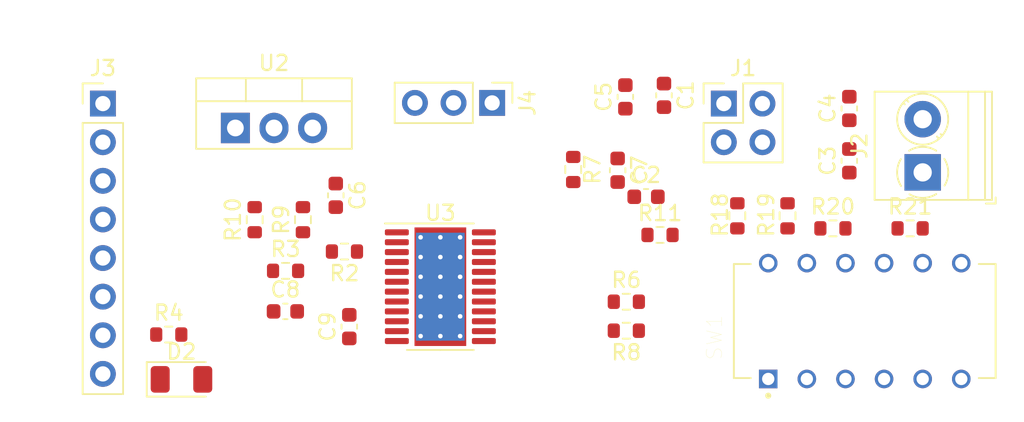
<source format=kicad_pcb>
(kicad_pcb (version 20171130) (host pcbnew "(5.1.8)-1")

  (general
    (thickness 1.6)
    (drawings 0)
    (tracks 0)
    (zones 0)
    (modules 30)
    (nets 27)
  )

  (page A4)
  (layers
    (0 F.Cu signal)
    (31 B.Cu signal)
    (32 B.Adhes user)
    (33 F.Adhes user)
    (34 B.Paste user)
    (35 F.Paste user)
    (36 B.SilkS user)
    (37 F.SilkS user)
    (38 B.Mask user)
    (39 F.Mask user)
    (40 Dwgs.User user)
    (41 Cmts.User user)
    (42 Eco1.User user)
    (43 Eco2.User user)
    (44 Edge.Cuts user)
    (45 Margin user)
    (46 B.CrtYd user)
    (47 F.CrtYd user)
    (48 B.Fab user)
    (49 F.Fab user)
  )

  (setup
    (last_trace_width 0.25)
    (user_trace_width 0.4)
    (trace_clearance 0.2)
    (zone_clearance 0.508)
    (zone_45_only no)
    (trace_min 0.2)
    (via_size 0.8)
    (via_drill 0.4)
    (via_min_size 0.45)
    (via_min_drill 0.2)
    (user_via 0.5 0.25)
    (uvia_size 0.3)
    (uvia_drill 0.1)
    (uvias_allowed no)
    (uvia_min_size 0.2)
    (uvia_min_drill 0.1)
    (edge_width 0.05)
    (segment_width 0.2)
    (pcb_text_width 0.3)
    (pcb_text_size 1.5 1.5)
    (mod_edge_width 0.12)
    (mod_text_size 1 1)
    (mod_text_width 0.15)
    (pad_size 1.524 1.524)
    (pad_drill 0.762)
    (pad_to_mask_clearance 0.05)
    (aux_axis_origin 0 0)
    (visible_elements FFFFFF7F)
    (pcbplotparams
      (layerselection 0x010fc_ffffffff)
      (usegerberextensions false)
      (usegerberattributes true)
      (usegerberadvancedattributes true)
      (creategerberjobfile true)
      (excludeedgelayer true)
      (linewidth 0.100000)
      (plotframeref false)
      (viasonmask false)
      (mode 1)
      (useauxorigin false)
      (hpglpennumber 1)
      (hpglpenspeed 20)
      (hpglpendiameter 15.000000)
      (psnegative false)
      (psa4output false)
      (plotreference true)
      (plotvalue true)
      (plotinvisibletext false)
      (padsonsilk false)
      (subtractmaskfromsilk false)
      (outputformat 1)
      (mirror false)
      (drillshape 1)
      (scaleselection 1)
      (outputdirectory ""))
  )

  (net 0 "")
  (net 1 +5V)
  (net 2 GND)
  (net 3 +12V)
  (net 4 /VINT)
  (net 5 "Net-(C7-Pad2)")
  (net 6 "Net-(C8-Pad2)")
  (net 7 "Net-(C9-Pad1)")
  (net 8 "Net-(C9-Pad2)")
  (net 9 "Net-(D2-Pad1)")
  (net 10 /FG)
  (net 11 /RD)
  (net 12 "Net-(J3-Pad1)")
  (net 13 "Net-(J3-Pad2)")
  (net 14 "Net-(J3-Pad3)")
  (net 15 /HU)
  (net 16 /HV)
  (net 17 /HW)
  (net 18 /PWM)
  (net 19 /HBIAS)
  (net 20 "Net-(R6-Pad1)")
  (net 21 /BRKMOD)
  (net 22 /FR)
  (net 23 "Net-(R20-Pad2)")
  (net 24 "Net-(R21-Pad2)")
  (net 25 /CMTMOD)
  (net 26 /DAA)

  (net_class Default "This is the default net class."
    (clearance 0.2)
    (trace_width 0.25)
    (via_dia 0.8)
    (via_drill 0.4)
    (uvia_dia 0.3)
    (uvia_drill 0.1)
    (add_net +12V)
    (add_net +5V)
    (add_net /BRKMOD)
    (add_net /CMTMOD)
    (add_net /DAA)
    (add_net /FG)
    (add_net /FR)
    (add_net /HBIAS)
    (add_net /HU)
    (add_net /HV)
    (add_net /HW)
    (add_net /PWM)
    (add_net /RD)
    (add_net /VINT)
    (add_net GND)
    (add_net "Net-(C7-Pad2)")
    (add_net "Net-(C8-Pad2)")
    (add_net "Net-(C9-Pad1)")
    (add_net "Net-(C9-Pad2)")
    (add_net "Net-(D2-Pad1)")
    (add_net "Net-(J3-Pad1)")
    (add_net "Net-(J3-Pad2)")
    (add_net "Net-(J3-Pad3)")
    (add_net "Net-(R20-Pad2)")
    (add_net "Net-(R21-Pad2)")
    (add_net "Net-(R6-Pad1)")
  )

  (module Capacitor_SMD:C_0603_1608Metric (layer F.Cu) (tedit 5F68FEEE) (tstamp 5FFFBAC8)
    (at 185.674 106.312 270)
    (descr "Capacitor SMD 0603 (1608 Metric), square (rectangular) end terminal, IPC_7351 nominal, (Body size source: IPC-SM-782 page 76, https://www.pcb-3d.com/wordpress/wp-content/uploads/ipc-sm-782a_amendment_1_and_2.pdf), generated with kicad-footprint-generator")
    (tags capacitor)
    (path /5FA67BE7)
    (attr smd)
    (fp_text reference C1 (at 0 -1.43 90) (layer F.SilkS)
      (effects (font (size 1 1) (thickness 0.15)))
    )
    (fp_text value 0.1u (at 0 1.43 90) (layer F.Fab)
      (effects (font (size 1 1) (thickness 0.15)))
    )
    (fp_line (start 1.48 0.73) (end -1.48 0.73) (layer F.CrtYd) (width 0.05))
    (fp_line (start 1.48 -0.73) (end 1.48 0.73) (layer F.CrtYd) (width 0.05))
    (fp_line (start -1.48 -0.73) (end 1.48 -0.73) (layer F.CrtYd) (width 0.05))
    (fp_line (start -1.48 0.73) (end -1.48 -0.73) (layer F.CrtYd) (width 0.05))
    (fp_line (start -0.14058 0.51) (end 0.14058 0.51) (layer F.SilkS) (width 0.12))
    (fp_line (start -0.14058 -0.51) (end 0.14058 -0.51) (layer F.SilkS) (width 0.12))
    (fp_line (start 0.8 0.4) (end -0.8 0.4) (layer F.Fab) (width 0.1))
    (fp_line (start 0.8 -0.4) (end 0.8 0.4) (layer F.Fab) (width 0.1))
    (fp_line (start -0.8 -0.4) (end 0.8 -0.4) (layer F.Fab) (width 0.1))
    (fp_line (start -0.8 0.4) (end -0.8 -0.4) (layer F.Fab) (width 0.1))
    (fp_text user %R (at 0 0 90) (layer F.Fab)
      (effects (font (size 0.4 0.4) (thickness 0.06)))
    )
    (pad 1 smd roundrect (at -0.775 0 270) (size 0.9 0.95) (layers F.Cu F.Paste F.Mask) (roundrect_rratio 0.25)
      (net 1 +5V))
    (pad 2 smd roundrect (at 0.775 0 270) (size 0.9 0.95) (layers F.Cu F.Paste F.Mask) (roundrect_rratio 0.25)
      (net 2 GND))
    (model ${KISYS3DMOD}/Capacitor_SMD.3dshapes/C_0603_1608Metric.wrl
      (at (xyz 0 0 0))
      (scale (xyz 1 1 1))
      (rotate (xyz 0 0 0))
    )
  )

  (module Capacitor_SMD:C_0603_1608Metric (layer F.Cu) (tedit 5F68FEEE) (tstamp 5FFFBAD9)
    (at 184.494001 112.984001)
    (descr "Capacitor SMD 0603 (1608 Metric), square (rectangular) end terminal, IPC_7351 nominal, (Body size source: IPC-SM-782 page 76, https://www.pcb-3d.com/wordpress/wp-content/uploads/ipc-sm-782a_amendment_1_and_2.pdf), generated with kicad-footprint-generator")
    (tags capacitor)
    (path /5FA66D53)
    (attr smd)
    (fp_text reference C2 (at 0 -1.43) (layer F.SilkS)
      (effects (font (size 1 1) (thickness 0.15)))
    )
    (fp_text value 0.1u (at 0 1.43) (layer F.Fab)
      (effects (font (size 1 1) (thickness 0.15)))
    )
    (fp_text user %R (at 0 0) (layer F.Fab)
      (effects (font (size 0.4 0.4) (thickness 0.06)))
    )
    (fp_line (start -0.8 0.4) (end -0.8 -0.4) (layer F.Fab) (width 0.1))
    (fp_line (start -0.8 -0.4) (end 0.8 -0.4) (layer F.Fab) (width 0.1))
    (fp_line (start 0.8 -0.4) (end 0.8 0.4) (layer F.Fab) (width 0.1))
    (fp_line (start 0.8 0.4) (end -0.8 0.4) (layer F.Fab) (width 0.1))
    (fp_line (start -0.14058 -0.51) (end 0.14058 -0.51) (layer F.SilkS) (width 0.12))
    (fp_line (start -0.14058 0.51) (end 0.14058 0.51) (layer F.SilkS) (width 0.12))
    (fp_line (start -1.48 0.73) (end -1.48 -0.73) (layer F.CrtYd) (width 0.05))
    (fp_line (start -1.48 -0.73) (end 1.48 -0.73) (layer F.CrtYd) (width 0.05))
    (fp_line (start 1.48 -0.73) (end 1.48 0.73) (layer F.CrtYd) (width 0.05))
    (fp_line (start 1.48 0.73) (end -1.48 0.73) (layer F.CrtYd) (width 0.05))
    (pad 2 smd roundrect (at 0.775 0) (size 0.9 0.95) (layers F.Cu F.Paste F.Mask) (roundrect_rratio 0.25)
      (net 2 GND))
    (pad 1 smd roundrect (at -0.775 0) (size 0.9 0.95) (layers F.Cu F.Paste F.Mask) (roundrect_rratio 0.25)
      (net 1 +5V))
    (model ${KISYS3DMOD}/Capacitor_SMD.3dshapes/C_0603_1608Metric.wrl
      (at (xyz 0 0 0))
      (scale (xyz 1 1 1))
      (rotate (xyz 0 0 0))
    )
  )

  (module Capacitor_SMD:C_0603_1608Metric (layer F.Cu) (tedit 5F68FEEE) (tstamp 5FFFBAEA)
    (at 197.866 110.617 90)
    (descr "Capacitor SMD 0603 (1608 Metric), square (rectangular) end terminal, IPC_7351 nominal, (Body size source: IPC-SM-782 page 76, https://www.pcb-3d.com/wordpress/wp-content/uploads/ipc-sm-782a_amendment_1_and_2.pdf), generated with kicad-footprint-generator")
    (tags capacitor)
    (path /5FA4C83C)
    (attr smd)
    (fp_text reference C3 (at 0 -1.43 90) (layer F.SilkS)
      (effects (font (size 1 1) (thickness 0.15)))
    )
    (fp_text value 0.33u (at 0 1.43 90) (layer F.Fab)
      (effects (font (size 1 1) (thickness 0.15)))
    )
    (fp_line (start 1.48 0.73) (end -1.48 0.73) (layer F.CrtYd) (width 0.05))
    (fp_line (start 1.48 -0.73) (end 1.48 0.73) (layer F.CrtYd) (width 0.05))
    (fp_line (start -1.48 -0.73) (end 1.48 -0.73) (layer F.CrtYd) (width 0.05))
    (fp_line (start -1.48 0.73) (end -1.48 -0.73) (layer F.CrtYd) (width 0.05))
    (fp_line (start -0.14058 0.51) (end 0.14058 0.51) (layer F.SilkS) (width 0.12))
    (fp_line (start -0.14058 -0.51) (end 0.14058 -0.51) (layer F.SilkS) (width 0.12))
    (fp_line (start 0.8 0.4) (end -0.8 0.4) (layer F.Fab) (width 0.1))
    (fp_line (start 0.8 -0.4) (end 0.8 0.4) (layer F.Fab) (width 0.1))
    (fp_line (start -0.8 -0.4) (end 0.8 -0.4) (layer F.Fab) (width 0.1))
    (fp_line (start -0.8 0.4) (end -0.8 -0.4) (layer F.Fab) (width 0.1))
    (fp_text user %R (at 0 0 90) (layer F.Fab)
      (effects (font (size 0.4 0.4) (thickness 0.06)))
    )
    (pad 1 smd roundrect (at -0.775 0 90) (size 0.9 0.95) (layers F.Cu F.Paste F.Mask) (roundrect_rratio 0.25)
      (net 3 +12V))
    (pad 2 smd roundrect (at 0.775 0 90) (size 0.9 0.95) (layers F.Cu F.Paste F.Mask) (roundrect_rratio 0.25)
      (net 2 GND))
    (model ${KISYS3DMOD}/Capacitor_SMD.3dshapes/C_0603_1608Metric.wrl
      (at (xyz 0 0 0))
      (scale (xyz 1 1 1))
      (rotate (xyz 0 0 0))
    )
  )

  (module Capacitor_SMD:C_0603_1608Metric (layer F.Cu) (tedit 5F68FEEE) (tstamp 5FFFBAFB)
    (at 197.866 107.175 90)
    (descr "Capacitor SMD 0603 (1608 Metric), square (rectangular) end terminal, IPC_7351 nominal, (Body size source: IPC-SM-782 page 76, https://www.pcb-3d.com/wordpress/wp-content/uploads/ipc-sm-782a_amendment_1_and_2.pdf), generated with kicad-footprint-generator")
    (tags capacitor)
    (path /5FA4CCCF)
    (attr smd)
    (fp_text reference C4 (at 0 -1.43 90) (layer F.SilkS)
      (effects (font (size 1 1) (thickness 0.15)))
    )
    (fp_text value 0.1u (at 0 1.43 90) (layer F.Fab)
      (effects (font (size 1 1) (thickness 0.15)))
    )
    (fp_line (start 1.48 0.73) (end -1.48 0.73) (layer F.CrtYd) (width 0.05))
    (fp_line (start 1.48 -0.73) (end 1.48 0.73) (layer F.CrtYd) (width 0.05))
    (fp_line (start -1.48 -0.73) (end 1.48 -0.73) (layer F.CrtYd) (width 0.05))
    (fp_line (start -1.48 0.73) (end -1.48 -0.73) (layer F.CrtYd) (width 0.05))
    (fp_line (start -0.14058 0.51) (end 0.14058 0.51) (layer F.SilkS) (width 0.12))
    (fp_line (start -0.14058 -0.51) (end 0.14058 -0.51) (layer F.SilkS) (width 0.12))
    (fp_line (start 0.8 0.4) (end -0.8 0.4) (layer F.Fab) (width 0.1))
    (fp_line (start 0.8 -0.4) (end 0.8 0.4) (layer F.Fab) (width 0.1))
    (fp_line (start -0.8 -0.4) (end 0.8 -0.4) (layer F.Fab) (width 0.1))
    (fp_line (start -0.8 0.4) (end -0.8 -0.4) (layer F.Fab) (width 0.1))
    (fp_text user %R (at 0 0 90) (layer F.Fab)
      (effects (font (size 0.4 0.4) (thickness 0.06)))
    )
    (pad 1 smd roundrect (at -0.775 0 90) (size 0.9 0.95) (layers F.Cu F.Paste F.Mask) (roundrect_rratio 0.25)
      (net 1 +5V))
    (pad 2 smd roundrect (at 0.775 0 90) (size 0.9 0.95) (layers F.Cu F.Paste F.Mask) (roundrect_rratio 0.25)
      (net 2 GND))
    (model ${KISYS3DMOD}/Capacitor_SMD.3dshapes/C_0603_1608Metric.wrl
      (at (xyz 0 0 0))
      (scale (xyz 1 1 1))
      (rotate (xyz 0 0 0))
    )
  )

  (module Capacitor_SMD:C_0603_1608Metric (layer F.Cu) (tedit 5F68FEEE) (tstamp 5FFFBB0C)
    (at 183.134 106.413 90)
    (descr "Capacitor SMD 0603 (1608 Metric), square (rectangular) end terminal, IPC_7351 nominal, (Body size source: IPC-SM-782 page 76, https://www.pcb-3d.com/wordpress/wp-content/uploads/ipc-sm-782a_amendment_1_and_2.pdf), generated with kicad-footprint-generator")
    (tags capacitor)
    (path /5F9F51E6)
    (attr smd)
    (fp_text reference C5 (at 0 -1.43 90) (layer F.SilkS)
      (effects (font (size 1 1) (thickness 0.15)))
    )
    (fp_text value 1u (at 0 1.43 90) (layer F.Fab)
      (effects (font (size 1 1) (thickness 0.15)))
    )
    (fp_text user %R (at 0 0 90) (layer F.Fab)
      (effects (font (size 0.4 0.4) (thickness 0.06)))
    )
    (fp_line (start -0.8 0.4) (end -0.8 -0.4) (layer F.Fab) (width 0.1))
    (fp_line (start -0.8 -0.4) (end 0.8 -0.4) (layer F.Fab) (width 0.1))
    (fp_line (start 0.8 -0.4) (end 0.8 0.4) (layer F.Fab) (width 0.1))
    (fp_line (start 0.8 0.4) (end -0.8 0.4) (layer F.Fab) (width 0.1))
    (fp_line (start -0.14058 -0.51) (end 0.14058 -0.51) (layer F.SilkS) (width 0.12))
    (fp_line (start -0.14058 0.51) (end 0.14058 0.51) (layer F.SilkS) (width 0.12))
    (fp_line (start -1.48 0.73) (end -1.48 -0.73) (layer F.CrtYd) (width 0.05))
    (fp_line (start -1.48 -0.73) (end 1.48 -0.73) (layer F.CrtYd) (width 0.05))
    (fp_line (start 1.48 -0.73) (end 1.48 0.73) (layer F.CrtYd) (width 0.05))
    (fp_line (start 1.48 0.73) (end -1.48 0.73) (layer F.CrtYd) (width 0.05))
    (pad 2 smd roundrect (at 0.775 0 90) (size 0.9 0.95) (layers F.Cu F.Paste F.Mask) (roundrect_rratio 0.25)
      (net 1 +5V))
    (pad 1 smd roundrect (at -0.775 0 90) (size 0.9 0.95) (layers F.Cu F.Paste F.Mask) (roundrect_rratio 0.25)
      (net 2 GND))
    (model ${KISYS3DMOD}/Capacitor_SMD.3dshapes/C_0603_1608Metric.wrl
      (at (xyz 0 0 0))
      (scale (xyz 1 1 1))
      (rotate (xyz 0 0 0))
    )
  )

  (module Capacitor_SMD:C_0603_1608Metric (layer F.Cu) (tedit 5F68FEEE) (tstamp 5FFFBB1D)
    (at 164.084 112.89 270)
    (descr "Capacitor SMD 0603 (1608 Metric), square (rectangular) end terminal, IPC_7351 nominal, (Body size source: IPC-SM-782 page 76, https://www.pcb-3d.com/wordpress/wp-content/uploads/ipc-sm-782a_amendment_1_and_2.pdf), generated with kicad-footprint-generator")
    (tags capacitor)
    (path /5F9F478B)
    (attr smd)
    (fp_text reference C6 (at 0 -1.43 90) (layer F.SilkS)
      (effects (font (size 1 1) (thickness 0.15)))
    )
    (fp_text value 2.2u (at 0 1.43 90) (layer F.Fab)
      (effects (font (size 1 1) (thickness 0.15)))
    )
    (fp_text user %R (at 0 0 90) (layer F.Fab)
      (effects (font (size 0.4 0.4) (thickness 0.06)))
    )
    (fp_line (start -0.8 0.4) (end -0.8 -0.4) (layer F.Fab) (width 0.1))
    (fp_line (start -0.8 -0.4) (end 0.8 -0.4) (layer F.Fab) (width 0.1))
    (fp_line (start 0.8 -0.4) (end 0.8 0.4) (layer F.Fab) (width 0.1))
    (fp_line (start 0.8 0.4) (end -0.8 0.4) (layer F.Fab) (width 0.1))
    (fp_line (start -0.14058 -0.51) (end 0.14058 -0.51) (layer F.SilkS) (width 0.12))
    (fp_line (start -0.14058 0.51) (end 0.14058 0.51) (layer F.SilkS) (width 0.12))
    (fp_line (start -1.48 0.73) (end -1.48 -0.73) (layer F.CrtYd) (width 0.05))
    (fp_line (start -1.48 -0.73) (end 1.48 -0.73) (layer F.CrtYd) (width 0.05))
    (fp_line (start 1.48 -0.73) (end 1.48 0.73) (layer F.CrtYd) (width 0.05))
    (fp_line (start 1.48 0.73) (end -1.48 0.73) (layer F.CrtYd) (width 0.05))
    (pad 2 smd roundrect (at 0.775 0 270) (size 0.9 0.95) (layers F.Cu F.Paste F.Mask) (roundrect_rratio 0.25)
      (net 4 /VINT))
    (pad 1 smd roundrect (at -0.775 0 270) (size 0.9 0.95) (layers F.Cu F.Paste F.Mask) (roundrect_rratio 0.25)
      (net 2 GND))
    (model ${KISYS3DMOD}/Capacitor_SMD.3dshapes/C_0603_1608Metric.wrl
      (at (xyz 0 0 0))
      (scale (xyz 1 1 1))
      (rotate (xyz 0 0 0))
    )
  )

  (module Capacitor_SMD:C_0603_1608Metric (layer F.Cu) (tedit 5F68FEEE) (tstamp 5FFFBB2E)
    (at 182.626 111.239 270)
    (descr "Capacitor SMD 0603 (1608 Metric), square (rectangular) end terminal, IPC_7351 nominal, (Body size source: IPC-SM-782 page 76, https://www.pcb-3d.com/wordpress/wp-content/uploads/ipc-sm-782a_amendment_1_and_2.pdf), generated with kicad-footprint-generator")
    (tags capacitor)
    (path /5F9F8DC5)
    (attr smd)
    (fp_text reference C7 (at 0 -1.43 90) (layer F.SilkS)
      (effects (font (size 1 1) (thickness 0.15)))
    )
    (fp_text value 1u (at 0 1.43 90) (layer F.Fab)
      (effects (font (size 1 1) (thickness 0.15)))
    )
    (fp_text user %R (at 0 0 90) (layer F.Fab)
      (effects (font (size 0.4 0.4) (thickness 0.06)))
    )
    (fp_line (start -0.8 0.4) (end -0.8 -0.4) (layer F.Fab) (width 0.1))
    (fp_line (start -0.8 -0.4) (end 0.8 -0.4) (layer F.Fab) (width 0.1))
    (fp_line (start 0.8 -0.4) (end 0.8 0.4) (layer F.Fab) (width 0.1))
    (fp_line (start 0.8 0.4) (end -0.8 0.4) (layer F.Fab) (width 0.1))
    (fp_line (start -0.14058 -0.51) (end 0.14058 -0.51) (layer F.SilkS) (width 0.12))
    (fp_line (start -0.14058 0.51) (end 0.14058 0.51) (layer F.SilkS) (width 0.12))
    (fp_line (start -1.48 0.73) (end -1.48 -0.73) (layer F.CrtYd) (width 0.05))
    (fp_line (start -1.48 -0.73) (end 1.48 -0.73) (layer F.CrtYd) (width 0.05))
    (fp_line (start 1.48 -0.73) (end 1.48 0.73) (layer F.CrtYd) (width 0.05))
    (fp_line (start 1.48 0.73) (end -1.48 0.73) (layer F.CrtYd) (width 0.05))
    (pad 2 smd roundrect (at 0.775 0 270) (size 0.9 0.95) (layers F.Cu F.Paste F.Mask) (roundrect_rratio 0.25)
      (net 5 "Net-(C7-Pad2)"))
    (pad 1 smd roundrect (at -0.775 0 270) (size 0.9 0.95) (layers F.Cu F.Paste F.Mask) (roundrect_rratio 0.25)
      (net 2 GND))
    (model ${KISYS3DMOD}/Capacitor_SMD.3dshapes/C_0603_1608Metric.wrl
      (at (xyz 0 0 0))
      (scale (xyz 1 1 1))
      (rotate (xyz 0 0 0))
    )
  )

  (module Capacitor_SMD:C_0603_1608Metric (layer F.Cu) (tedit 5F68FEEE) (tstamp 5FFFBB3F)
    (at 160.769 120.523)
    (descr "Capacitor SMD 0603 (1608 Metric), square (rectangular) end terminal, IPC_7351 nominal, (Body size source: IPC-SM-782 page 76, https://www.pcb-3d.com/wordpress/wp-content/uploads/ipc-sm-782a_amendment_1_and_2.pdf), generated with kicad-footprint-generator")
    (tags capacitor)
    (path /5F9F5710)
    (attr smd)
    (fp_text reference C8 (at 0 -1.43) (layer F.SilkS)
      (effects (font (size 1 1) (thickness 0.15)))
    )
    (fp_text value 1u (at 0 1.43) (layer F.Fab)
      (effects (font (size 1 1) (thickness 0.15)))
    )
    (fp_line (start 1.48 0.73) (end -1.48 0.73) (layer F.CrtYd) (width 0.05))
    (fp_line (start 1.48 -0.73) (end 1.48 0.73) (layer F.CrtYd) (width 0.05))
    (fp_line (start -1.48 -0.73) (end 1.48 -0.73) (layer F.CrtYd) (width 0.05))
    (fp_line (start -1.48 0.73) (end -1.48 -0.73) (layer F.CrtYd) (width 0.05))
    (fp_line (start -0.14058 0.51) (end 0.14058 0.51) (layer F.SilkS) (width 0.12))
    (fp_line (start -0.14058 -0.51) (end 0.14058 -0.51) (layer F.SilkS) (width 0.12))
    (fp_line (start 0.8 0.4) (end -0.8 0.4) (layer F.Fab) (width 0.1))
    (fp_line (start 0.8 -0.4) (end 0.8 0.4) (layer F.Fab) (width 0.1))
    (fp_line (start -0.8 -0.4) (end 0.8 -0.4) (layer F.Fab) (width 0.1))
    (fp_line (start -0.8 0.4) (end -0.8 -0.4) (layer F.Fab) (width 0.1))
    (fp_text user %R (at 0 0) (layer F.Fab)
      (effects (font (size 0.4 0.4) (thickness 0.06)))
    )
    (pad 1 smd roundrect (at -0.775 0) (size 0.9 0.95) (layers F.Cu F.Paste F.Mask) (roundrect_rratio 0.25)
      (net 1 +5V))
    (pad 2 smd roundrect (at 0.775 0) (size 0.9 0.95) (layers F.Cu F.Paste F.Mask) (roundrect_rratio 0.25)
      (net 6 "Net-(C8-Pad2)"))
    (model ${KISYS3DMOD}/Capacitor_SMD.3dshapes/C_0603_1608Metric.wrl
      (at (xyz 0 0 0))
      (scale (xyz 1 1 1))
      (rotate (xyz 0 0 0))
    )
  )

  (module Capacitor_SMD:C_0603_1608Metric (layer F.Cu) (tedit 5F68FEEE) (tstamp 5FFFBB50)
    (at 164.973 121.526 90)
    (descr "Capacitor SMD 0603 (1608 Metric), square (rectangular) end terminal, IPC_7351 nominal, (Body size source: IPC-SM-782 page 76, https://www.pcb-3d.com/wordpress/wp-content/uploads/ipc-sm-782a_amendment_1_and_2.pdf), generated with kicad-footprint-generator")
    (tags capacitor)
    (path /5F9F3B2E)
    (attr smd)
    (fp_text reference C9 (at 0 -1.43 90) (layer F.SilkS)
      (effects (font (size 1 1) (thickness 0.15)))
    )
    (fp_text value 0.1u (at 0 1.43 90) (layer F.Fab)
      (effects (font (size 1 1) (thickness 0.15)))
    )
    (fp_line (start 1.48 0.73) (end -1.48 0.73) (layer F.CrtYd) (width 0.05))
    (fp_line (start 1.48 -0.73) (end 1.48 0.73) (layer F.CrtYd) (width 0.05))
    (fp_line (start -1.48 -0.73) (end 1.48 -0.73) (layer F.CrtYd) (width 0.05))
    (fp_line (start -1.48 0.73) (end -1.48 -0.73) (layer F.CrtYd) (width 0.05))
    (fp_line (start -0.14058 0.51) (end 0.14058 0.51) (layer F.SilkS) (width 0.12))
    (fp_line (start -0.14058 -0.51) (end 0.14058 -0.51) (layer F.SilkS) (width 0.12))
    (fp_line (start 0.8 0.4) (end -0.8 0.4) (layer F.Fab) (width 0.1))
    (fp_line (start 0.8 -0.4) (end 0.8 0.4) (layer F.Fab) (width 0.1))
    (fp_line (start -0.8 -0.4) (end 0.8 -0.4) (layer F.Fab) (width 0.1))
    (fp_line (start -0.8 0.4) (end -0.8 -0.4) (layer F.Fab) (width 0.1))
    (fp_text user %R (at 0 0 90) (layer F.Fab)
      (effects (font (size 0.4 0.4) (thickness 0.06)))
    )
    (pad 1 smd roundrect (at -0.775 0 90) (size 0.9 0.95) (layers F.Cu F.Paste F.Mask) (roundrect_rratio 0.25)
      (net 7 "Net-(C9-Pad1)"))
    (pad 2 smd roundrect (at 0.775 0 90) (size 0.9 0.95) (layers F.Cu F.Paste F.Mask) (roundrect_rratio 0.25)
      (net 8 "Net-(C9-Pad2)"))
    (model ${KISYS3DMOD}/Capacitor_SMD.3dshapes/C_0603_1608Metric.wrl
      (at (xyz 0 0 0))
      (scale (xyz 1 1 1))
      (rotate (xyz 0 0 0))
    )
  )

  (module LED_SMD:LED_1206_3216Metric (layer F.Cu) (tedit 5F68FEF1) (tstamp 5FFFBB63)
    (at 153.934001 124.994001)
    (descr "LED SMD 1206 (3216 Metric), square (rectangular) end terminal, IPC_7351 nominal, (Body size source: http://www.tortai-tech.com/upload/download/2011102023233369053.pdf), generated with kicad-footprint-generator")
    (tags LED)
    (path /5FA9791C)
    (attr smd)
    (fp_text reference D2 (at 0 -1.82) (layer F.SilkS)
      (effects (font (size 1 1) (thickness 0.15)))
    )
    (fp_text value LED (at 0 1.82) (layer F.Fab)
      (effects (font (size 1 1) (thickness 0.15)))
    )
    (fp_line (start 2.28 1.12) (end -2.28 1.12) (layer F.CrtYd) (width 0.05))
    (fp_line (start 2.28 -1.12) (end 2.28 1.12) (layer F.CrtYd) (width 0.05))
    (fp_line (start -2.28 -1.12) (end 2.28 -1.12) (layer F.CrtYd) (width 0.05))
    (fp_line (start -2.28 1.12) (end -2.28 -1.12) (layer F.CrtYd) (width 0.05))
    (fp_line (start -2.285 1.135) (end 1.6 1.135) (layer F.SilkS) (width 0.12))
    (fp_line (start -2.285 -1.135) (end -2.285 1.135) (layer F.SilkS) (width 0.12))
    (fp_line (start 1.6 -1.135) (end -2.285 -1.135) (layer F.SilkS) (width 0.12))
    (fp_line (start 1.6 0.8) (end 1.6 -0.8) (layer F.Fab) (width 0.1))
    (fp_line (start -1.6 0.8) (end 1.6 0.8) (layer F.Fab) (width 0.1))
    (fp_line (start -1.6 -0.4) (end -1.6 0.8) (layer F.Fab) (width 0.1))
    (fp_line (start -1.2 -0.8) (end -1.6 -0.4) (layer F.Fab) (width 0.1))
    (fp_line (start 1.6 -0.8) (end -1.2 -0.8) (layer F.Fab) (width 0.1))
    (fp_text user %R (at 0 0) (layer F.Fab)
      (effects (font (size 0.8 0.8) (thickness 0.12)))
    )
    (pad 1 smd roundrect (at -1.4 0) (size 1.25 1.75) (layers F.Cu F.Paste F.Mask) (roundrect_rratio 0.2)
      (net 9 "Net-(D2-Pad1)"))
    (pad 2 smd roundrect (at 1.4 0) (size 1.25 1.75) (layers F.Cu F.Paste F.Mask) (roundrect_rratio 0.2)
      (net 1 +5V))
    (model ${KISYS3DMOD}/LED_SMD.3dshapes/LED_1206_3216Metric.wrl
      (at (xyz 0 0 0))
      (scale (xyz 1 1 1))
      (rotate (xyz 0 0 0))
    )
  )

  (module Connector_PinHeader_2.54mm:PinHeader_2x02_P2.54mm_Vertical (layer F.Cu) (tedit 59FED5CC) (tstamp 5FFFBB7D)
    (at 189.611 106.854001)
    (descr "Through hole straight pin header, 2x02, 2.54mm pitch, double rows")
    (tags "Through hole pin header THT 2x02 2.54mm double row")
    (path /5FE5E8CA)
    (fp_text reference J1 (at 1.27 -2.33) (layer F.SilkS)
      (effects (font (size 1 1) (thickness 0.15)))
    )
    (fp_text value Conn_02x02_Counter_Clockwise (at 1.27 4.87) (layer F.Fab)
      (effects (font (size 1 1) (thickness 0.15)))
    )
    (fp_line (start 4.35 -1.8) (end -1.8 -1.8) (layer F.CrtYd) (width 0.05))
    (fp_line (start 4.35 4.35) (end 4.35 -1.8) (layer F.CrtYd) (width 0.05))
    (fp_line (start -1.8 4.35) (end 4.35 4.35) (layer F.CrtYd) (width 0.05))
    (fp_line (start -1.8 -1.8) (end -1.8 4.35) (layer F.CrtYd) (width 0.05))
    (fp_line (start -1.33 -1.33) (end 0 -1.33) (layer F.SilkS) (width 0.12))
    (fp_line (start -1.33 0) (end -1.33 -1.33) (layer F.SilkS) (width 0.12))
    (fp_line (start 1.27 -1.33) (end 3.87 -1.33) (layer F.SilkS) (width 0.12))
    (fp_line (start 1.27 1.27) (end 1.27 -1.33) (layer F.SilkS) (width 0.12))
    (fp_line (start -1.33 1.27) (end 1.27 1.27) (layer F.SilkS) (width 0.12))
    (fp_line (start 3.87 -1.33) (end 3.87 3.87) (layer F.SilkS) (width 0.12))
    (fp_line (start -1.33 1.27) (end -1.33 3.87) (layer F.SilkS) (width 0.12))
    (fp_line (start -1.33 3.87) (end 3.87 3.87) (layer F.SilkS) (width 0.12))
    (fp_line (start -1.27 0) (end 0 -1.27) (layer F.Fab) (width 0.1))
    (fp_line (start -1.27 3.81) (end -1.27 0) (layer F.Fab) (width 0.1))
    (fp_line (start 3.81 3.81) (end -1.27 3.81) (layer F.Fab) (width 0.1))
    (fp_line (start 3.81 -1.27) (end 3.81 3.81) (layer F.Fab) (width 0.1))
    (fp_line (start 0 -1.27) (end 3.81 -1.27) (layer F.Fab) (width 0.1))
    (fp_text user %R (at 1.27 1.27 90) (layer F.Fab)
      (effects (font (size 1 1) (thickness 0.15)))
    )
    (pad 1 thru_hole rect (at 0 0) (size 1.7 1.7) (drill 1) (layers *.Cu *.Mask)
      (net 10 /FG))
    (pad 2 thru_hole oval (at 2.54 0) (size 1.7 1.7) (drill 1) (layers *.Cu *.Mask)
      (net 2 GND))
    (pad 3 thru_hole oval (at 0 2.54) (size 1.7 1.7) (drill 1) (layers *.Cu *.Mask)
      (net 2 GND))
    (pad 4 thru_hole oval (at 2.54 2.54) (size 1.7 1.7) (drill 1) (layers *.Cu *.Mask)
      (net 11 /RD))
    (model ${KISYS3DMOD}/Connector_PinHeader_2.54mm.3dshapes/PinHeader_2x02_P2.54mm_Vertical.wrl
      (at (xyz 0 0 0))
      (scale (xyz 1 1 1))
      (rotate (xyz 0 0 0))
    )
  )

  (module TerminalBlock_Phoenix:TerminalBlock_Phoenix_PT-1,5-2-3.5-H_1x02_P3.50mm_Horizontal (layer F.Cu) (tedit 5B294F3F) (tstamp 5FFFBBA7)
    (at 202.692 111.379 90)
    (descr "Terminal Block Phoenix PT-1,5-2-3.5-H, 2 pins, pitch 3.5mm, size 7x7.6mm^2, drill diamater 1.2mm, pad diameter 2.4mm, see , script-generated using https://github.com/pointhi/kicad-footprint-generator/scripts/TerminalBlock_Phoenix")
    (tags "THT Terminal Block Phoenix PT-1,5-2-3.5-H pitch 3.5mm size 7x7.6mm^2 drill 1.2mm pad 2.4mm")
    (path /5FA59775)
    (fp_text reference J2 (at 1.75 -4.16 90) (layer F.SilkS)
      (effects (font (size 1 1) (thickness 0.15)))
    )
    (fp_text value Screw_Terminal_01x02 (at 1.75 5.56 90) (layer F.Fab)
      (effects (font (size 1 1) (thickness 0.15)))
    )
    (fp_line (start 5.75 -3.6) (end -2.25 -3.6) (layer F.CrtYd) (width 0.05))
    (fp_line (start 5.75 5) (end 5.75 -3.6) (layer F.CrtYd) (width 0.05))
    (fp_line (start -2.25 5) (end 5.75 5) (layer F.CrtYd) (width 0.05))
    (fp_line (start -2.25 -3.6) (end -2.25 5) (layer F.CrtYd) (width 0.05))
    (fp_line (start -2.05 4.8) (end -1.65 4.8) (layer F.SilkS) (width 0.12))
    (fp_line (start -2.05 4.16) (end -2.05 4.8) (layer F.SilkS) (width 0.12))
    (fp_line (start 2.355 0.941) (end 2.226 1.069) (layer F.SilkS) (width 0.12))
    (fp_line (start 4.57 -1.275) (end 4.476 -1.181) (layer F.SilkS) (width 0.12))
    (fp_line (start 2.525 1.181) (end 2.431 1.274) (layer F.SilkS) (width 0.12))
    (fp_line (start 4.775 -1.069) (end 4.646 -0.941) (layer F.SilkS) (width 0.12))
    (fp_line (start 4.455 -1.138) (end 2.363 0.955) (layer F.Fab) (width 0.1))
    (fp_line (start 4.638 -0.955) (end 2.546 1.138) (layer F.Fab) (width 0.1))
    (fp_line (start 0.955 -1.138) (end -1.138 0.955) (layer F.Fab) (width 0.1))
    (fp_line (start 1.138 -0.955) (end -0.955 1.138) (layer F.Fab) (width 0.1))
    (fp_line (start 5.31 -3.16) (end 5.31 4.56) (layer F.SilkS) (width 0.12))
    (fp_line (start -1.81 -3.16) (end -1.81 4.56) (layer F.SilkS) (width 0.12))
    (fp_line (start -1.81 4.56) (end 5.31 4.56) (layer F.SilkS) (width 0.12))
    (fp_line (start -1.81 -3.16) (end 5.31 -3.16) (layer F.SilkS) (width 0.12))
    (fp_line (start -1.81 3) (end 5.31 3) (layer F.SilkS) (width 0.12))
    (fp_line (start -1.75 3) (end 5.25 3) (layer F.Fab) (width 0.1))
    (fp_line (start -1.81 4.1) (end 5.31 4.1) (layer F.SilkS) (width 0.12))
    (fp_line (start -1.75 4.1) (end 5.25 4.1) (layer F.Fab) (width 0.1))
    (fp_line (start -1.75 4.1) (end -1.75 -3.1) (layer F.Fab) (width 0.1))
    (fp_line (start -1.35 4.5) (end -1.75 4.1) (layer F.Fab) (width 0.1))
    (fp_line (start 5.25 4.5) (end -1.35 4.5) (layer F.Fab) (width 0.1))
    (fp_line (start 5.25 -3.1) (end 5.25 4.5) (layer F.Fab) (width 0.1))
    (fp_line (start -1.75 -3.1) (end 5.25 -3.1) (layer F.Fab) (width 0.1))
    (fp_circle (center 3.5 0) (end 5.18 0) (layer F.SilkS) (width 0.12))
    (fp_circle (center 3.5 0) (end 5 0) (layer F.Fab) (width 0.1))
    (fp_circle (center 0 0) (end 1.5 0) (layer F.Fab) (width 0.1))
    (fp_arc (start 0 0) (end 0 1.68) (angle -32) (layer F.SilkS) (width 0.12))
    (fp_arc (start 0 0) (end 1.425 0.891) (angle -64) (layer F.SilkS) (width 0.12))
    (fp_arc (start 0 0) (end 0.866 -1.44) (angle -63) (layer F.SilkS) (width 0.12))
    (fp_arc (start 0 0) (end -1.44 -0.866) (angle -63) (layer F.SilkS) (width 0.12))
    (fp_arc (start 0 0) (end -0.866 1.44) (angle -32) (layer F.SilkS) (width 0.12))
    (fp_text user %R (at 1.839999 2.851999 90) (layer F.Fab)
      (effects (font (size 1 1) (thickness 0.15)))
    )
    (pad 1 thru_hole rect (at 0 0 90) (size 2.4 2.4) (drill 1.2) (layers *.Cu *.Mask)
      (net 3 +12V))
    (pad 2 thru_hole circle (at 3.5 0 90) (size 2.4 2.4) (drill 1.2) (layers *.Cu *.Mask)
      (net 2 GND))
    (model ${KISYS3DMOD}/TerminalBlock_Phoenix.3dshapes/TerminalBlock_Phoenix_PT-1,5-2-3.5-H_1x02_P3.50mm_Horizontal.wrl
      (at (xyz 0 0 0))
      (scale (xyz 1 1 1))
      (rotate (xyz 0 0 0))
    )
  )

  (module Connector_PinHeader_2.54mm:PinHeader_1x08_P2.54mm_Vertical (layer F.Cu) (tedit 59FED5CC) (tstamp 5FFFBBC3)
    (at 148.764001 106.854001)
    (descr "Through hole straight pin header, 1x08, 2.54mm pitch, single row")
    (tags "Through hole pin header THT 1x08 2.54mm single row")
    (path /5FA7B2EB)
    (fp_text reference J3 (at 0 -2.33) (layer F.SilkS)
      (effects (font (size 1 1) (thickness 0.15)))
    )
    (fp_text value Conn_01x08_Male (at 0 20.11) (layer F.Fab)
      (effects (font (size 1 1) (thickness 0.15)))
    )
    (fp_line (start 1.8 -1.8) (end -1.8 -1.8) (layer F.CrtYd) (width 0.05))
    (fp_line (start 1.8 19.55) (end 1.8 -1.8) (layer F.CrtYd) (width 0.05))
    (fp_line (start -1.8 19.55) (end 1.8 19.55) (layer F.CrtYd) (width 0.05))
    (fp_line (start -1.8 -1.8) (end -1.8 19.55) (layer F.CrtYd) (width 0.05))
    (fp_line (start -1.33 -1.33) (end 0 -1.33) (layer F.SilkS) (width 0.12))
    (fp_line (start -1.33 0) (end -1.33 -1.33) (layer F.SilkS) (width 0.12))
    (fp_line (start -1.33 1.27) (end 1.33 1.27) (layer F.SilkS) (width 0.12))
    (fp_line (start 1.33 1.27) (end 1.33 19.11) (layer F.SilkS) (width 0.12))
    (fp_line (start -1.33 1.27) (end -1.33 19.11) (layer F.SilkS) (width 0.12))
    (fp_line (start -1.33 19.11) (end 1.33 19.11) (layer F.SilkS) (width 0.12))
    (fp_line (start -1.27 -0.635) (end -0.635 -1.27) (layer F.Fab) (width 0.1))
    (fp_line (start -1.27 19.05) (end -1.27 -0.635) (layer F.Fab) (width 0.1))
    (fp_line (start 1.27 19.05) (end -1.27 19.05) (layer F.Fab) (width 0.1))
    (fp_line (start 1.27 -1.27) (end 1.27 19.05) (layer F.Fab) (width 0.1))
    (fp_line (start -0.635 -1.27) (end 1.27 -1.27) (layer F.Fab) (width 0.1))
    (fp_text user %R (at 0 8.89 90) (layer F.Fab)
      (effects (font (size 1 1) (thickness 0.15)))
    )
    (pad 1 thru_hole rect (at 0 0) (size 1.7 1.7) (drill 1) (layers *.Cu *.Mask)
      (net 12 "Net-(J3-Pad1)"))
    (pad 2 thru_hole oval (at 0 2.54) (size 1.7 1.7) (drill 1) (layers *.Cu *.Mask)
      (net 13 "Net-(J3-Pad2)"))
    (pad 3 thru_hole oval (at 0 5.08) (size 1.7 1.7) (drill 1) (layers *.Cu *.Mask)
      (net 14 "Net-(J3-Pad3)"))
    (pad 4 thru_hole oval (at 0 7.62) (size 1.7 1.7) (drill 1) (layers *.Cu *.Mask)
      (net 2 GND))
    (pad 5 thru_hole oval (at 0 10.16) (size 1.7 1.7) (drill 1) (layers *.Cu *.Mask)
      (net 1 +5V))
    (pad 6 thru_hole oval (at 0 12.7) (size 1.7 1.7) (drill 1) (layers *.Cu *.Mask)
      (net 15 /HU))
    (pad 7 thru_hole oval (at 0 15.24) (size 1.7 1.7) (drill 1) (layers *.Cu *.Mask)
      (net 16 /HV))
    (pad 8 thru_hole oval (at 0 17.78) (size 1.7 1.7) (drill 1) (layers *.Cu *.Mask)
      (net 17 /HW))
    (model ${KISYS3DMOD}/Connector_PinHeader_2.54mm.3dshapes/PinHeader_1x08_P2.54mm_Vertical.wrl
      (at (xyz 0 0 0))
      (scale (xyz 1 1 1))
      (rotate (xyz 0 0 0))
    )
  )

  (module Connector_PinHeader_2.54mm:PinHeader_1x03_P2.54mm_Vertical (layer F.Cu) (tedit 59FED5CC) (tstamp 5FFFBBDA)
    (at 174.371 106.807 270)
    (descr "Through hole straight pin header, 1x03, 2.54mm pitch, single row")
    (tags "Through hole pin header THT 1x03 2.54mm single row")
    (path /6003B2B1)
    (fp_text reference J4 (at 0 -2.33 90) (layer F.SilkS)
      (effects (font (size 1 1) (thickness 0.15)))
    )
    (fp_text value Conn_01x03_Male (at 0 7.41 90) (layer F.Fab)
      (effects (font (size 1 1) (thickness 0.15)))
    )
    (fp_line (start 1.8 -1.8) (end -1.8 -1.8) (layer F.CrtYd) (width 0.05))
    (fp_line (start 1.8 6.85) (end 1.8 -1.8) (layer F.CrtYd) (width 0.05))
    (fp_line (start -1.8 6.85) (end 1.8 6.85) (layer F.CrtYd) (width 0.05))
    (fp_line (start -1.8 -1.8) (end -1.8 6.85) (layer F.CrtYd) (width 0.05))
    (fp_line (start -1.33 -1.33) (end 0 -1.33) (layer F.SilkS) (width 0.12))
    (fp_line (start -1.33 0) (end -1.33 -1.33) (layer F.SilkS) (width 0.12))
    (fp_line (start -1.33 1.27) (end 1.33 1.27) (layer F.SilkS) (width 0.12))
    (fp_line (start 1.33 1.27) (end 1.33 6.41) (layer F.SilkS) (width 0.12))
    (fp_line (start -1.33 1.27) (end -1.33 6.41) (layer F.SilkS) (width 0.12))
    (fp_line (start -1.33 6.41) (end 1.33 6.41) (layer F.SilkS) (width 0.12))
    (fp_line (start -1.27 -0.635) (end -0.635 -1.27) (layer F.Fab) (width 0.1))
    (fp_line (start -1.27 6.35) (end -1.27 -0.635) (layer F.Fab) (width 0.1))
    (fp_line (start 1.27 6.35) (end -1.27 6.35) (layer F.Fab) (width 0.1))
    (fp_line (start 1.27 -1.27) (end 1.27 6.35) (layer F.Fab) (width 0.1))
    (fp_line (start -0.635 -1.27) (end 1.27 -1.27) (layer F.Fab) (width 0.1))
    (fp_text user %R (at 0 2.54) (layer F.Fab)
      (effects (font (size 1 1) (thickness 0.15)))
    )
    (pad 1 thru_hole rect (at 0 0 270) (size 1.7 1.7) (drill 1) (layers *.Cu *.Mask)
      (net 1 +5V))
    (pad 2 thru_hole oval (at 0 2.54 270) (size 1.7 1.7) (drill 1) (layers *.Cu *.Mask)
      (net 2 GND))
    (pad 3 thru_hole oval (at 0 5.08 270) (size 1.7 1.7) (drill 1) (layers *.Cu *.Mask)
      (net 18 /PWM))
    (model ${KISYS3DMOD}/Connector_PinHeader_2.54mm.3dshapes/PinHeader_1x03_P2.54mm_Vertical.wrl
      (at (xyz 0 0 0))
      (scale (xyz 1 1 1))
      (rotate (xyz 0 0 0))
    )
  )

  (module Resistor_SMD:R_0603_1608Metric (layer F.Cu) (tedit 5F68FEEE) (tstamp 5FFFBBEB)
    (at 164.655 116.586 180)
    (descr "Resistor SMD 0603 (1608 Metric), square (rectangular) end terminal, IPC_7351 nominal, (Body size source: IPC-SM-782 page 72, https://www.pcb-3d.com/wordpress/wp-content/uploads/ipc-sm-782a_amendment_1_and_2.pdf), generated with kicad-footprint-generator")
    (tags resistor)
    (path /5FA27BC3)
    (attr smd)
    (fp_text reference R2 (at 0 -1.43) (layer F.SilkS)
      (effects (font (size 1 1) (thickness 0.15)))
    )
    (fp_text value 10k (at 0 1.43) (layer F.Fab)
      (effects (font (size 1 1) (thickness 0.15)))
    )
    (fp_text user %R (at 0 0) (layer F.Fab)
      (effects (font (size 0.4 0.4) (thickness 0.06)))
    )
    (fp_line (start -0.8 0.4125) (end -0.8 -0.4125) (layer F.Fab) (width 0.1))
    (fp_line (start -0.8 -0.4125) (end 0.8 -0.4125) (layer F.Fab) (width 0.1))
    (fp_line (start 0.8 -0.4125) (end 0.8 0.4125) (layer F.Fab) (width 0.1))
    (fp_line (start 0.8 0.4125) (end -0.8 0.4125) (layer F.Fab) (width 0.1))
    (fp_line (start -0.237258 -0.5225) (end 0.237258 -0.5225) (layer F.SilkS) (width 0.12))
    (fp_line (start -0.237258 0.5225) (end 0.237258 0.5225) (layer F.SilkS) (width 0.12))
    (fp_line (start -1.48 0.73) (end -1.48 -0.73) (layer F.CrtYd) (width 0.05))
    (fp_line (start -1.48 -0.73) (end 1.48 -0.73) (layer F.CrtYd) (width 0.05))
    (fp_line (start 1.48 -0.73) (end 1.48 0.73) (layer F.CrtYd) (width 0.05))
    (fp_line (start 1.48 0.73) (end -1.48 0.73) (layer F.CrtYd) (width 0.05))
    (pad 2 smd roundrect (at 0.825 0 180) (size 0.8 0.95) (layers F.Cu F.Paste F.Mask) (roundrect_rratio 0.25)
      (net 4 /VINT))
    (pad 1 smd roundrect (at -0.825 0 180) (size 0.8 0.95) (layers F.Cu F.Paste F.Mask) (roundrect_rratio 0.25)
      (net 19 /HBIAS))
    (model ${KISYS3DMOD}/Resistor_SMD.3dshapes/R_0603_1608Metric.wrl
      (at (xyz 0 0 0))
      (scale (xyz 1 1 1))
      (rotate (xyz 0 0 0))
    )
  )

  (module Resistor_SMD:R_0603_1608Metric (layer F.Cu) (tedit 5F68FEEE) (tstamp 5FFFBBFC)
    (at 160.782 117.856)
    (descr "Resistor SMD 0603 (1608 Metric), square (rectangular) end terminal, IPC_7351 nominal, (Body size source: IPC-SM-782 page 72, https://www.pcb-3d.com/wordpress/wp-content/uploads/ipc-sm-782a_amendment_1_and_2.pdf), generated with kicad-footprint-generator")
    (tags resistor)
    (path /5FA28A4B)
    (attr smd)
    (fp_text reference R3 (at 0 -1.43) (layer F.SilkS)
      (effects (font (size 1 1) (thickness 0.15)))
    )
    (fp_text value 10k (at 0 1.43) (layer F.Fab)
      (effects (font (size 1 1) (thickness 0.15)))
    )
    (fp_line (start 1.48 0.73) (end -1.48 0.73) (layer F.CrtYd) (width 0.05))
    (fp_line (start 1.48 -0.73) (end 1.48 0.73) (layer F.CrtYd) (width 0.05))
    (fp_line (start -1.48 -0.73) (end 1.48 -0.73) (layer F.CrtYd) (width 0.05))
    (fp_line (start -1.48 0.73) (end -1.48 -0.73) (layer F.CrtYd) (width 0.05))
    (fp_line (start -0.237258 0.5225) (end 0.237258 0.5225) (layer F.SilkS) (width 0.12))
    (fp_line (start -0.237258 -0.5225) (end 0.237258 -0.5225) (layer F.SilkS) (width 0.12))
    (fp_line (start 0.8 0.4125) (end -0.8 0.4125) (layer F.Fab) (width 0.1))
    (fp_line (start 0.8 -0.4125) (end 0.8 0.4125) (layer F.Fab) (width 0.1))
    (fp_line (start -0.8 -0.4125) (end 0.8 -0.4125) (layer F.Fab) (width 0.1))
    (fp_line (start -0.8 0.4125) (end -0.8 -0.4125) (layer F.Fab) (width 0.1))
    (fp_text user %R (at 0 0) (layer F.Fab)
      (effects (font (size 0.4 0.4) (thickness 0.06)))
    )
    (pad 1 smd roundrect (at -0.825 0) (size 0.8 0.95) (layers F.Cu F.Paste F.Mask) (roundrect_rratio 0.25)
      (net 2 GND))
    (pad 2 smd roundrect (at 0.825 0) (size 0.8 0.95) (layers F.Cu F.Paste F.Mask) (roundrect_rratio 0.25)
      (net 19 /HBIAS))
    (model ${KISYS3DMOD}/Resistor_SMD.3dshapes/R_0603_1608Metric.wrl
      (at (xyz 0 0 0))
      (scale (xyz 1 1 1))
      (rotate (xyz 0 0 0))
    )
  )

  (module Resistor_SMD:R_0603_1608Metric (layer F.Cu) (tedit 5F68FEEE) (tstamp 5FFFBC0D)
    (at 153.098 122.047)
    (descr "Resistor SMD 0603 (1608 Metric), square (rectangular) end terminal, IPC_7351 nominal, (Body size source: IPC-SM-782 page 72, https://www.pcb-3d.com/wordpress/wp-content/uploads/ipc-sm-782a_amendment_1_and_2.pdf), generated with kicad-footprint-generator")
    (tags resistor)
    (path /5FA9C003)
    (attr smd)
    (fp_text reference R4 (at 0 -1.43) (layer F.SilkS)
      (effects (font (size 1 1) (thickness 0.15)))
    )
    (fp_text value 510 (at 0 1.43) (layer F.Fab)
      (effects (font (size 1 1) (thickness 0.15)))
    )
    (fp_text user %R (at 0 0) (layer F.Fab)
      (effects (font (size 0.4 0.4) (thickness 0.06)))
    )
    (fp_line (start -0.8 0.4125) (end -0.8 -0.4125) (layer F.Fab) (width 0.1))
    (fp_line (start -0.8 -0.4125) (end 0.8 -0.4125) (layer F.Fab) (width 0.1))
    (fp_line (start 0.8 -0.4125) (end 0.8 0.4125) (layer F.Fab) (width 0.1))
    (fp_line (start 0.8 0.4125) (end -0.8 0.4125) (layer F.Fab) (width 0.1))
    (fp_line (start -0.237258 -0.5225) (end 0.237258 -0.5225) (layer F.SilkS) (width 0.12))
    (fp_line (start -0.237258 0.5225) (end 0.237258 0.5225) (layer F.SilkS) (width 0.12))
    (fp_line (start -1.48 0.73) (end -1.48 -0.73) (layer F.CrtYd) (width 0.05))
    (fp_line (start -1.48 -0.73) (end 1.48 -0.73) (layer F.CrtYd) (width 0.05))
    (fp_line (start 1.48 -0.73) (end 1.48 0.73) (layer F.CrtYd) (width 0.05))
    (fp_line (start 1.48 0.73) (end -1.48 0.73) (layer F.CrtYd) (width 0.05))
    (pad 2 smd roundrect (at 0.825 0) (size 0.8 0.95) (layers F.Cu F.Paste F.Mask) (roundrect_rratio 0.25)
      (net 2 GND))
    (pad 1 smd roundrect (at -0.825 0) (size 0.8 0.95) (layers F.Cu F.Paste F.Mask) (roundrect_rratio 0.25)
      (net 9 "Net-(D2-Pad1)"))
    (model ${KISYS3DMOD}/Resistor_SMD.3dshapes/R_0603_1608Metric.wrl
      (at (xyz 0 0 0))
      (scale (xyz 1 1 1))
      (rotate (xyz 0 0 0))
    )
  )

  (module Resistor_SMD:R_0603_1608Metric (layer F.Cu) (tedit 5F68FEEE) (tstamp 5FFFBC1E)
    (at 183.198 119.888)
    (descr "Resistor SMD 0603 (1608 Metric), square (rectangular) end terminal, IPC_7351 nominal, (Body size source: IPC-SM-782 page 72, https://www.pcb-3d.com/wordpress/wp-content/uploads/ipc-sm-782a_amendment_1_and_2.pdf), generated with kicad-footprint-generator")
    (tags resistor)
    (path /5F9FCF64)
    (attr smd)
    (fp_text reference R6 (at 0 -1.43) (layer F.SilkS)
      (effects (font (size 1 1) (thickness 0.15)))
    )
    (fp_text value 200k (at 0 1.43) (layer F.Fab)
      (effects (font (size 1 1) (thickness 0.15)))
    )
    (fp_text user %R (at 0 0) (layer F.Fab)
      (effects (font (size 0.4 0.4) (thickness 0.06)))
    )
    (fp_line (start -0.8 0.4125) (end -0.8 -0.4125) (layer F.Fab) (width 0.1))
    (fp_line (start -0.8 -0.4125) (end 0.8 -0.4125) (layer F.Fab) (width 0.1))
    (fp_line (start 0.8 -0.4125) (end 0.8 0.4125) (layer F.Fab) (width 0.1))
    (fp_line (start 0.8 0.4125) (end -0.8 0.4125) (layer F.Fab) (width 0.1))
    (fp_line (start -0.237258 -0.5225) (end 0.237258 -0.5225) (layer F.SilkS) (width 0.12))
    (fp_line (start -0.237258 0.5225) (end 0.237258 0.5225) (layer F.SilkS) (width 0.12))
    (fp_line (start -1.48 0.73) (end -1.48 -0.73) (layer F.CrtYd) (width 0.05))
    (fp_line (start -1.48 -0.73) (end 1.48 -0.73) (layer F.CrtYd) (width 0.05))
    (fp_line (start 1.48 -0.73) (end 1.48 0.73) (layer F.CrtYd) (width 0.05))
    (fp_line (start 1.48 0.73) (end -1.48 0.73) (layer F.CrtYd) (width 0.05))
    (pad 2 smd roundrect (at 0.825 0) (size 0.8 0.95) (layers F.Cu F.Paste F.Mask) (roundrect_rratio 0.25)
      (net 2 GND))
    (pad 1 smd roundrect (at -0.825 0) (size 0.8 0.95) (layers F.Cu F.Paste F.Mask) (roundrect_rratio 0.25)
      (net 20 "Net-(R6-Pad1)"))
    (model ${KISYS3DMOD}/Resistor_SMD.3dshapes/R_0603_1608Metric.wrl
      (at (xyz 0 0 0))
      (scale (xyz 1 1 1))
      (rotate (xyz 0 0 0))
    )
  )

  (module Resistor_SMD:R_0603_1608Metric (layer F.Cu) (tedit 5F68FEEE) (tstamp 5FFFBC2F)
    (at 179.705 111.189 270)
    (descr "Resistor SMD 0603 (1608 Metric), square (rectangular) end terminal, IPC_7351 nominal, (Body size source: IPC-SM-782 page 72, https://www.pcb-3d.com/wordpress/wp-content/uploads/ipc-sm-782a_amendment_1_and_2.pdf), generated with kicad-footprint-generator")
    (tags resistor)
    (path /5F9F08E0)
    (attr smd)
    (fp_text reference R7 (at 0 -1.27 90) (layer F.SilkS)
      (effects (font (size 1 1) (thickness 0.15)))
    )
    (fp_text value 10k (at 0 1.43 90) (layer F.Fab)
      (effects (font (size 1 1) (thickness 0.15)))
    )
    (fp_line (start 1.48 0.73) (end -1.48 0.73) (layer F.CrtYd) (width 0.05))
    (fp_line (start 1.48 -0.73) (end 1.48 0.73) (layer F.CrtYd) (width 0.05))
    (fp_line (start -1.48 -0.73) (end 1.48 -0.73) (layer F.CrtYd) (width 0.05))
    (fp_line (start -1.48 0.73) (end -1.48 -0.73) (layer F.CrtYd) (width 0.05))
    (fp_line (start -0.237258 0.5225) (end 0.237258 0.5225) (layer F.SilkS) (width 0.12))
    (fp_line (start -0.237258 -0.5225) (end 0.237258 -0.5225) (layer F.SilkS) (width 0.12))
    (fp_line (start 0.8 0.4125) (end -0.8 0.4125) (layer F.Fab) (width 0.1))
    (fp_line (start 0.8 -0.4125) (end 0.8 0.4125) (layer F.Fab) (width 0.1))
    (fp_line (start -0.8 -0.4125) (end 0.8 -0.4125) (layer F.Fab) (width 0.1))
    (fp_line (start -0.8 0.4125) (end -0.8 -0.4125) (layer F.Fab) (width 0.1))
    (fp_text user %R (at 0 0 90) (layer F.Fab)
      (effects (font (size 0.4 0.4) (thickness 0.06)))
    )
    (pad 1 smd roundrect (at -0.825 0 270) (size 0.8 0.95) (layers F.Cu F.Paste F.Mask) (roundrect_rratio 0.25)
      (net 1 +5V))
    (pad 2 smd roundrect (at 0.825 0 270) (size 0.8 0.95) (layers F.Cu F.Paste F.Mask) (roundrect_rratio 0.25)
      (net 10 /FG))
    (model ${KISYS3DMOD}/Resistor_SMD.3dshapes/R_0603_1608Metric.wrl
      (at (xyz 0 0 0))
      (scale (xyz 1 1 1))
      (rotate (xyz 0 0 0))
    )
  )

  (module Resistor_SMD:R_0603_1608Metric (layer F.Cu) (tedit 5F68FEEE) (tstamp 5FFFBC40)
    (at 183.197 121.793 180)
    (descr "Resistor SMD 0603 (1608 Metric), square (rectangular) end terminal, IPC_7351 nominal, (Body size source: IPC-SM-782 page 72, https://www.pcb-3d.com/wordpress/wp-content/uploads/ipc-sm-782a_amendment_1_and_2.pdf), generated with kicad-footprint-generator")
    (tags resistor)
    (path /5F9F004C)
    (attr smd)
    (fp_text reference R8 (at 0 -1.43) (layer F.SilkS)
      (effects (font (size 1 1) (thickness 0.15)))
    )
    (fp_text value 10k (at 0 1.43) (layer F.Fab)
      (effects (font (size 1 1) (thickness 0.15)))
    )
    (fp_line (start 1.48 0.73) (end -1.48 0.73) (layer F.CrtYd) (width 0.05))
    (fp_line (start 1.48 -0.73) (end 1.48 0.73) (layer F.CrtYd) (width 0.05))
    (fp_line (start -1.48 -0.73) (end 1.48 -0.73) (layer F.CrtYd) (width 0.05))
    (fp_line (start -1.48 0.73) (end -1.48 -0.73) (layer F.CrtYd) (width 0.05))
    (fp_line (start -0.237258 0.5225) (end 0.237258 0.5225) (layer F.SilkS) (width 0.12))
    (fp_line (start -0.237258 -0.5225) (end 0.237258 -0.5225) (layer F.SilkS) (width 0.12))
    (fp_line (start 0.8 0.4125) (end -0.8 0.4125) (layer F.Fab) (width 0.1))
    (fp_line (start 0.8 -0.4125) (end 0.8 0.4125) (layer F.Fab) (width 0.1))
    (fp_line (start -0.8 -0.4125) (end 0.8 -0.4125) (layer F.Fab) (width 0.1))
    (fp_line (start -0.8 0.4125) (end -0.8 -0.4125) (layer F.Fab) (width 0.1))
    (fp_text user %R (at 0 0) (layer F.Fab)
      (effects (font (size 0.4 0.4) (thickness 0.06)))
    )
    (pad 1 smd roundrect (at -0.825 0 180) (size 0.8 0.95) (layers F.Cu F.Paste F.Mask) (roundrect_rratio 0.25)
      (net 1 +5V))
    (pad 2 smd roundrect (at 0.825 0 180) (size 0.8 0.95) (layers F.Cu F.Paste F.Mask) (roundrect_rratio 0.25)
      (net 11 /RD))
    (model ${KISYS3DMOD}/Resistor_SMD.3dshapes/R_0603_1608Metric.wrl
      (at (xyz 0 0 0))
      (scale (xyz 1 1 1))
      (rotate (xyz 0 0 0))
    )
  )

  (module Resistor_SMD:R_0603_1608Metric (layer F.Cu) (tedit 5F68FEEE) (tstamp 5FFFBC51)
    (at 161.925 114.491 90)
    (descr "Resistor SMD 0603 (1608 Metric), square (rectangular) end terminal, IPC_7351 nominal, (Body size source: IPC-SM-782 page 72, https://www.pcb-3d.com/wordpress/wp-content/uploads/ipc-sm-782a_amendment_1_and_2.pdf), generated with kicad-footprint-generator")
    (tags resistor)
    (path /5FA35415)
    (attr smd)
    (fp_text reference R9 (at 0 -1.43 90) (layer F.SilkS)
      (effects (font (size 1 1) (thickness 0.15)))
    )
    (fp_text value 3.3k (at 0 1.43 90) (layer F.Fab)
      (effects (font (size 1 1) (thickness 0.15)))
    )
    (fp_line (start 1.48 0.73) (end -1.48 0.73) (layer F.CrtYd) (width 0.05))
    (fp_line (start 1.48 -0.73) (end 1.48 0.73) (layer F.CrtYd) (width 0.05))
    (fp_line (start -1.48 -0.73) (end 1.48 -0.73) (layer F.CrtYd) (width 0.05))
    (fp_line (start -1.48 0.73) (end -1.48 -0.73) (layer F.CrtYd) (width 0.05))
    (fp_line (start -0.237258 0.5225) (end 0.237258 0.5225) (layer F.SilkS) (width 0.12))
    (fp_line (start -0.237258 -0.5225) (end 0.237258 -0.5225) (layer F.SilkS) (width 0.12))
    (fp_line (start 0.8 0.4125) (end -0.8 0.4125) (layer F.Fab) (width 0.1))
    (fp_line (start 0.8 -0.4125) (end 0.8 0.4125) (layer F.Fab) (width 0.1))
    (fp_line (start -0.8 -0.4125) (end 0.8 -0.4125) (layer F.Fab) (width 0.1))
    (fp_line (start -0.8 0.4125) (end -0.8 -0.4125) (layer F.Fab) (width 0.1))
    (fp_text user %R (at 0 0.127 90) (layer F.Fab)
      (effects (font (size 0.4 0.4) (thickness 0.06)))
    )
    (pad 1 smd roundrect (at -0.825 0 90) (size 0.8 0.95) (layers F.Cu F.Paste F.Mask) (roundrect_rratio 0.25)
      (net 15 /HU))
    (pad 2 smd roundrect (at 0.825 0 90) (size 0.8 0.95) (layers F.Cu F.Paste F.Mask) (roundrect_rratio 0.25)
      (net 4 /VINT))
    (model ${KISYS3DMOD}/Resistor_SMD.3dshapes/R_0603_1608Metric.wrl
      (at (xyz 0 0 0))
      (scale (xyz 1 1 1))
      (rotate (xyz 0 0 0))
    )
  )

  (module Resistor_SMD:R_0603_1608Metric (layer F.Cu) (tedit 5F68FEEE) (tstamp 5FFFBC62)
    (at 158.75 114.49 90)
    (descr "Resistor SMD 0603 (1608 Metric), square (rectangular) end terminal, IPC_7351 nominal, (Body size source: IPC-SM-782 page 72, https://www.pcb-3d.com/wordpress/wp-content/uploads/ipc-sm-782a_amendment_1_and_2.pdf), generated with kicad-footprint-generator")
    (tags resistor)
    (path /5FA399C0)
    (attr smd)
    (fp_text reference R10 (at 0 -1.43 90) (layer F.SilkS)
      (effects (font (size 1 1) (thickness 0.15)))
    )
    (fp_text value 3.3k (at 0 1.43 90) (layer F.Fab)
      (effects (font (size 1 1) (thickness 0.15)))
    )
    (fp_text user %R (at 0 0 90) (layer F.Fab)
      (effects (font (size 0.4 0.4) (thickness 0.06)))
    )
    (fp_line (start -0.8 0.4125) (end -0.8 -0.4125) (layer F.Fab) (width 0.1))
    (fp_line (start -0.8 -0.4125) (end 0.8 -0.4125) (layer F.Fab) (width 0.1))
    (fp_line (start 0.8 -0.4125) (end 0.8 0.4125) (layer F.Fab) (width 0.1))
    (fp_line (start 0.8 0.4125) (end -0.8 0.4125) (layer F.Fab) (width 0.1))
    (fp_line (start -0.237258 -0.5225) (end 0.237258 -0.5225) (layer F.SilkS) (width 0.12))
    (fp_line (start -0.237258 0.5225) (end 0.237258 0.5225) (layer F.SilkS) (width 0.12))
    (fp_line (start -1.48 0.73) (end -1.48 -0.73) (layer F.CrtYd) (width 0.05))
    (fp_line (start -1.48 -0.73) (end 1.48 -0.73) (layer F.CrtYd) (width 0.05))
    (fp_line (start 1.48 -0.73) (end 1.48 0.73) (layer F.CrtYd) (width 0.05))
    (fp_line (start 1.48 0.73) (end -1.48 0.73) (layer F.CrtYd) (width 0.05))
    (pad 2 smd roundrect (at 0.825 0 90) (size 0.8 0.95) (layers F.Cu F.Paste F.Mask) (roundrect_rratio 0.25)
      (net 4 /VINT))
    (pad 1 smd roundrect (at -0.825 0 90) (size 0.8 0.95) (layers F.Cu F.Paste F.Mask) (roundrect_rratio 0.25)
      (net 16 /HV))
    (model ${KISYS3DMOD}/Resistor_SMD.3dshapes/R_0603_1608Metric.wrl
      (at (xyz 0 0 0))
      (scale (xyz 1 1 1))
      (rotate (xyz 0 0 0))
    )
  )

  (module Resistor_SMD:R_0603_1608Metric (layer F.Cu) (tedit 5F68FEEE) (tstamp 5FFFBC73)
    (at 185.414001 115.494001)
    (descr "Resistor SMD 0603 (1608 Metric), square (rectangular) end terminal, IPC_7351 nominal, (Body size source: IPC-SM-782 page 72, https://www.pcb-3d.com/wordpress/wp-content/uploads/ipc-sm-782a_amendment_1_and_2.pdf), generated with kicad-footprint-generator")
    (tags resistor)
    (path /5FA39B78)
    (attr smd)
    (fp_text reference R11 (at 0 -1.43) (layer F.SilkS)
      (effects (font (size 1 1) (thickness 0.15)))
    )
    (fp_text value 3.3k (at 0 1.43) (layer F.Fab)
      (effects (font (size 1 1) (thickness 0.15)))
    )
    (fp_line (start 1.48 0.73) (end -1.48 0.73) (layer F.CrtYd) (width 0.05))
    (fp_line (start 1.48 -0.73) (end 1.48 0.73) (layer F.CrtYd) (width 0.05))
    (fp_line (start -1.48 -0.73) (end 1.48 -0.73) (layer F.CrtYd) (width 0.05))
    (fp_line (start -1.48 0.73) (end -1.48 -0.73) (layer F.CrtYd) (width 0.05))
    (fp_line (start -0.237258 0.5225) (end 0.237258 0.5225) (layer F.SilkS) (width 0.12))
    (fp_line (start -0.237258 -0.5225) (end 0.237258 -0.5225) (layer F.SilkS) (width 0.12))
    (fp_line (start 0.8 0.4125) (end -0.8 0.4125) (layer F.Fab) (width 0.1))
    (fp_line (start 0.8 -0.4125) (end 0.8 0.4125) (layer F.Fab) (width 0.1))
    (fp_line (start -0.8 -0.4125) (end 0.8 -0.4125) (layer F.Fab) (width 0.1))
    (fp_line (start -0.8 0.4125) (end -0.8 -0.4125) (layer F.Fab) (width 0.1))
    (fp_text user %R (at 0 0) (layer F.Fab)
      (effects (font (size 0.4 0.4) (thickness 0.06)))
    )
    (pad 1 smd roundrect (at -0.825 0) (size 0.8 0.95) (layers F.Cu F.Paste F.Mask) (roundrect_rratio 0.25)
      (net 17 /HW))
    (pad 2 smd roundrect (at 0.825 0) (size 0.8 0.95) (layers F.Cu F.Paste F.Mask) (roundrect_rratio 0.25)
      (net 4 /VINT))
    (model ${KISYS3DMOD}/Resistor_SMD.3dshapes/R_0603_1608Metric.wrl
      (at (xyz 0 0 0))
      (scale (xyz 1 1 1))
      (rotate (xyz 0 0 0))
    )
  )

  (module Resistor_SMD:R_0603_1608Metric (layer F.Cu) (tedit 5F68FEEE) (tstamp 5FFFBC84)
    (at 190.5 114.237 270)
    (descr "Resistor SMD 0603 (1608 Metric), square (rectangular) end terminal, IPC_7351 nominal, (Body size source: IPC-SM-782 page 72, https://www.pcb-3d.com/wordpress/wp-content/uploads/ipc-sm-782a_amendment_1_and_2.pdf), generated with kicad-footprint-generator")
    (tags resistor)
    (path /5FD91E5A)
    (attr smd)
    (fp_text reference R18 (at -0.063 1.143 90) (layer F.SilkS)
      (effects (font (size 1 1) (thickness 0.15)))
    )
    (fp_text value 100k (at 0 1.43 90) (layer F.Fab)
      (effects (font (size 1 1) (thickness 0.15)))
    )
    (fp_text user %R (at 0 0 90) (layer F.Fab)
      (effects (font (size 0.4 0.4) (thickness 0.06)))
    )
    (fp_line (start -0.8 0.4125) (end -0.8 -0.4125) (layer F.Fab) (width 0.1))
    (fp_line (start -0.8 -0.4125) (end 0.8 -0.4125) (layer F.Fab) (width 0.1))
    (fp_line (start 0.8 -0.4125) (end 0.8 0.4125) (layer F.Fab) (width 0.1))
    (fp_line (start 0.8 0.4125) (end -0.8 0.4125) (layer F.Fab) (width 0.1))
    (fp_line (start -0.237258 -0.5225) (end 0.237258 -0.5225) (layer F.SilkS) (width 0.12))
    (fp_line (start -0.237258 0.5225) (end 0.237258 0.5225) (layer F.SilkS) (width 0.12))
    (fp_line (start -1.48 0.73) (end -1.48 -0.73) (layer F.CrtYd) (width 0.05))
    (fp_line (start -1.48 -0.73) (end 1.48 -0.73) (layer F.CrtYd) (width 0.05))
    (fp_line (start 1.48 -0.73) (end 1.48 0.73) (layer F.CrtYd) (width 0.05))
    (fp_line (start 1.48 0.73) (end -1.48 0.73) (layer F.CrtYd) (width 0.05))
    (pad 2 smd roundrect (at 0.825 0 270) (size 0.8 0.95) (layers F.Cu F.Paste F.Mask) (roundrect_rratio 0.25)
      (net 21 /BRKMOD))
    (pad 1 smd roundrect (at -0.825 0 270) (size 0.8 0.95) (layers F.Cu F.Paste F.Mask) (roundrect_rratio 0.25)
      (net 2 GND))
    (model ${KISYS3DMOD}/Resistor_SMD.3dshapes/R_0603_1608Metric.wrl
      (at (xyz 0 0 0))
      (scale (xyz 1 1 1))
      (rotate (xyz 0 0 0))
    )
  )

  (module Resistor_SMD:R_0603_1608Metric (layer F.Cu) (tedit 5F68FEEE) (tstamp 5FFFBC95)
    (at 193.802 114.237 270)
    (descr "Resistor SMD 0603 (1608 Metric), square (rectangular) end terminal, IPC_7351 nominal, (Body size source: IPC-SM-782 page 72, https://www.pcb-3d.com/wordpress/wp-content/uploads/ipc-sm-782a_amendment_1_and_2.pdf), generated with kicad-footprint-generator")
    (tags resistor)
    (path /5FD9157F)
    (attr smd)
    (fp_text reference R19 (at -0.063 1.397 90) (layer F.SilkS)
      (effects (font (size 1 1) (thickness 0.15)))
    )
    (fp_text value 100k (at 0 1.43 90) (layer F.Fab)
      (effects (font (size 1 1) (thickness 0.15)))
    )
    (fp_line (start 1.48 0.73) (end -1.48 0.73) (layer F.CrtYd) (width 0.05))
    (fp_line (start 1.48 -0.73) (end 1.48 0.73) (layer F.CrtYd) (width 0.05))
    (fp_line (start -1.48 -0.73) (end 1.48 -0.73) (layer F.CrtYd) (width 0.05))
    (fp_line (start -1.48 0.73) (end -1.48 -0.73) (layer F.CrtYd) (width 0.05))
    (fp_line (start -0.237258 0.5225) (end 0.237258 0.5225) (layer F.SilkS) (width 0.12))
    (fp_line (start -0.237258 -0.5225) (end 0.237258 -0.5225) (layer F.SilkS) (width 0.12))
    (fp_line (start 0.8 0.4125) (end -0.8 0.4125) (layer F.Fab) (width 0.1))
    (fp_line (start 0.8 -0.4125) (end 0.8 0.4125) (layer F.Fab) (width 0.1))
    (fp_line (start -0.8 -0.4125) (end 0.8 -0.4125) (layer F.Fab) (width 0.1))
    (fp_line (start -0.8 0.4125) (end -0.8 -0.4125) (layer F.Fab) (width 0.1))
    (fp_text user %R (at 0 0 90) (layer F.Fab)
      (effects (font (size 0.4 0.4) (thickness 0.06)))
    )
    (pad 1 smd roundrect (at -0.825 0 270) (size 0.8 0.95) (layers F.Cu F.Paste F.Mask) (roundrect_rratio 0.25)
      (net 2 GND))
    (pad 2 smd roundrect (at 0.825 0 270) (size 0.8 0.95) (layers F.Cu F.Paste F.Mask) (roundrect_rratio 0.25)
      (net 22 /FR))
    (model ${KISYS3DMOD}/Resistor_SMD.3dshapes/R_0603_1608Metric.wrl
      (at (xyz 0 0 0))
      (scale (xyz 1 1 1))
      (rotate (xyz 0 0 0))
    )
  )

  (module Resistor_SMD:R_0603_1608Metric (layer F.Cu) (tedit 5F68FEEE) (tstamp 5FFFBCA6)
    (at 196.787 115.062)
    (descr "Resistor SMD 0603 (1608 Metric), square (rectangular) end terminal, IPC_7351 nominal, (Body size source: IPC-SM-782 page 72, https://www.pcb-3d.com/wordpress/wp-content/uploads/ipc-sm-782a_amendment_1_and_2.pdf), generated with kicad-footprint-generator")
    (tags resistor)
    (path /5FD8CC05)
    (attr smd)
    (fp_text reference R20 (at 0 -1.43) (layer F.SilkS)
      (effects (font (size 1 1) (thickness 0.15)))
    )
    (fp_text value 100k (at 0 1.43) (layer F.Fab)
      (effects (font (size 1 1) (thickness 0.15)))
    )
    (fp_line (start 1.48 0.73) (end -1.48 0.73) (layer F.CrtYd) (width 0.05))
    (fp_line (start 1.48 -0.73) (end 1.48 0.73) (layer F.CrtYd) (width 0.05))
    (fp_line (start -1.48 -0.73) (end 1.48 -0.73) (layer F.CrtYd) (width 0.05))
    (fp_line (start -1.48 0.73) (end -1.48 -0.73) (layer F.CrtYd) (width 0.05))
    (fp_line (start -0.237258 0.5225) (end 0.237258 0.5225) (layer F.SilkS) (width 0.12))
    (fp_line (start -0.237258 -0.5225) (end 0.237258 -0.5225) (layer F.SilkS) (width 0.12))
    (fp_line (start 0.8 0.4125) (end -0.8 0.4125) (layer F.Fab) (width 0.1))
    (fp_line (start 0.8 -0.4125) (end 0.8 0.4125) (layer F.Fab) (width 0.1))
    (fp_line (start -0.8 -0.4125) (end 0.8 -0.4125) (layer F.Fab) (width 0.1))
    (fp_line (start -0.8 0.4125) (end -0.8 -0.4125) (layer F.Fab) (width 0.1))
    (fp_text user %R (at 0 0) (layer F.Fab)
      (effects (font (size 0.4 0.4) (thickness 0.06)))
    )
    (pad 1 smd roundrect (at -0.825 0) (size 0.8 0.95) (layers F.Cu F.Paste F.Mask) (roundrect_rratio 0.25)
      (net 2 GND))
    (pad 2 smd roundrect (at 0.825 0) (size 0.8 0.95) (layers F.Cu F.Paste F.Mask) (roundrect_rratio 0.25)
      (net 23 "Net-(R20-Pad2)"))
    (model ${KISYS3DMOD}/Resistor_SMD.3dshapes/R_0603_1608Metric.wrl
      (at (xyz 0 0 0))
      (scale (xyz 1 1 1))
      (rotate (xyz 0 0 0))
    )
  )

  (module Resistor_SMD:R_0603_1608Metric (layer F.Cu) (tedit 5F68FEEE) (tstamp 5FFFBCB7)
    (at 201.866 115.062)
    (descr "Resistor SMD 0603 (1608 Metric), square (rectangular) end terminal, IPC_7351 nominal, (Body size source: IPC-SM-782 page 72, https://www.pcb-3d.com/wordpress/wp-content/uploads/ipc-sm-782a_amendment_1_and_2.pdf), generated with kicad-footprint-generator")
    (tags resistor)
    (path /5FE57D67)
    (attr smd)
    (fp_text reference R21 (at 0 -1.43) (layer F.SilkS)
      (effects (font (size 1 1) (thickness 0.15)))
    )
    (fp_text value 100k (at 0 1.43) (layer F.Fab)
      (effects (font (size 1 1) (thickness 0.15)))
    )
    (fp_text user %R (at 0 0) (layer F.Fab)
      (effects (font (size 0.4 0.4) (thickness 0.06)))
    )
    (fp_line (start -0.8 0.4125) (end -0.8 -0.4125) (layer F.Fab) (width 0.1))
    (fp_line (start -0.8 -0.4125) (end 0.8 -0.4125) (layer F.Fab) (width 0.1))
    (fp_line (start 0.8 -0.4125) (end 0.8 0.4125) (layer F.Fab) (width 0.1))
    (fp_line (start 0.8 0.4125) (end -0.8 0.4125) (layer F.Fab) (width 0.1))
    (fp_line (start -0.237258 -0.5225) (end 0.237258 -0.5225) (layer F.SilkS) (width 0.12))
    (fp_line (start -0.237258 0.5225) (end 0.237258 0.5225) (layer F.SilkS) (width 0.12))
    (fp_line (start -1.48 0.73) (end -1.48 -0.73) (layer F.CrtYd) (width 0.05))
    (fp_line (start -1.48 -0.73) (end 1.48 -0.73) (layer F.CrtYd) (width 0.05))
    (fp_line (start 1.48 -0.73) (end 1.48 0.73) (layer F.CrtYd) (width 0.05))
    (fp_line (start 1.48 0.73) (end -1.48 0.73) (layer F.CrtYd) (width 0.05))
    (pad 2 smd roundrect (at 0.825 0) (size 0.8 0.95) (layers F.Cu F.Paste F.Mask) (roundrect_rratio 0.25)
      (net 24 "Net-(R21-Pad2)"))
    (pad 1 smd roundrect (at -0.825 0) (size 0.8 0.95) (layers F.Cu F.Paste F.Mask) (roundrect_rratio 0.25)
      (net 2 GND))
    (model ${KISYS3DMOD}/Resistor_SMD.3dshapes/R_0603_1608Metric.wrl
      (at (xyz 0 0 0))
      (scale (xyz 1 1 1))
      (rotate (xyz 0 0 0))
    )
  )

  (module HS2_parts:DIP762W56P254L1772H585Q12 (layer F.Cu) (tedit 5FD8177A) (tstamp 5FFFBCD7)
    (at 198.882 121.158 90)
    (path /5FD8A0DD)
    (fp_text reference SW1 (at -1.075 -9.885 90) (layer F.SilkS)
      (effects (font (size 1 1) (thickness 0.015)))
    )
    (fp_text value SW_DIP_x06 (at 11.625 9.885 90) (layer F.Fab)
      (effects (font (size 1 1) (thickness 0.015)))
    )
    (fp_line (start 3.75 8.61) (end 3.75 7.5) (layer F.SilkS) (width 0.127))
    (fp_line (start -3.75 8.61) (end -3.75 7.5) (layer F.SilkS) (width 0.127))
    (fp_line (start 3.75 -8.61) (end 3.75 -7.5) (layer F.SilkS) (width 0.127))
    (fp_line (start -3.75 -8.61) (end -3.75 -7.5) (layer F.SilkS) (width 0.127))
    (fp_line (start -4.67 -8.86) (end -4.67 8.86) (layer F.CrtYd) (width 0.05))
    (fp_line (start 4.67 -8.86) (end 4.67 8.86) (layer F.CrtYd) (width 0.05))
    (fp_line (start 4.67 8.86) (end -4.67 8.86) (layer F.CrtYd) (width 0.05))
    (fp_line (start 4.67 -8.86) (end -4.67 -8.86) (layer F.CrtYd) (width 0.05))
    (fp_line (start 3.75 -8.61) (end 3.75 8.61) (layer F.Fab) (width 0.127))
    (fp_line (start -3.75 -8.61) (end -3.75 8.61) (layer F.Fab) (width 0.127))
    (fp_line (start -3.75 8.61) (end 3.75 8.61) (layer F.SilkS) (width 0.127))
    (fp_line (start -3.75 -8.61) (end 3.75 -8.61) (layer F.SilkS) (width 0.127))
    (fp_line (start -3.75 8.61) (end 3.75 8.61) (layer F.Fab) (width 0.127))
    (fp_line (start -3.75 -8.61) (end 3.75 -8.61) (layer F.Fab) (width 0.127))
    (fp_circle (center -4.91 -6.35) (end -4.81 -6.35) (layer F.Fab) (width 0.2))
    (fp_circle (center -4.91 -6.35) (end -4.81 -6.35) (layer F.SilkS) (width 0.2))
    (pad 1 thru_hole rect (at -3.81 -6.35 90) (size 1.22 1.22) (drill 0.81) (layers *.Cu *.Mask)
      (net 4 /VINT))
    (pad 2 thru_hole circle (at -3.81 -3.81 90) (size 1.22 1.22) (drill 0.81) (layers *.Cu *.Mask)
      (net 4 /VINT))
    (pad 3 thru_hole circle (at -3.81 -1.27 90) (size 1.22 1.22) (drill 0.81) (layers *.Cu *.Mask)
      (net 25 /CMTMOD))
    (pad 4 thru_hole circle (at -3.81 1.27 90) (size 1.22 1.22) (drill 0.81) (layers *.Cu *.Mask)
      (net 4 /VINT))
    (pad 5 thru_hole circle (at -3.81 3.81 90) (size 1.22 1.22) (drill 0.81) (layers *.Cu *.Mask)
      (net 26 /DAA))
    (pad 6 thru_hole circle (at -3.81 6.35 90) (size 1.22 1.22) (drill 0.81) (layers *.Cu *.Mask)
      (net 4 /VINT))
    (pad 7 thru_hole circle (at 3.81 6.35 90) (size 1.22 1.22) (drill 0.81) (layers *.Cu *.Mask)
      (net 24 "Net-(R21-Pad2)"))
    (pad 8 thru_hole circle (at 3.81 3.81 90) (size 1.22 1.22) (drill 0.81) (layers *.Cu *.Mask)
      (net 24 "Net-(R21-Pad2)"))
    (pad 9 thru_hole circle (at 3.81 1.27 90) (size 1.22 1.22) (drill 0.81) (layers *.Cu *.Mask)
      (net 23 "Net-(R20-Pad2)"))
    (pad 10 thru_hole circle (at 3.81 -1.27 90) (size 1.22 1.22) (drill 0.81) (layers *.Cu *.Mask)
      (net 23 "Net-(R20-Pad2)"))
    (pad 11 thru_hole circle (at 3.81 -3.81 90) (size 1.22 1.22) (drill 0.81) (layers *.Cu *.Mask)
      (net 22 /FR))
    (pad 12 thru_hole circle (at 3.81 -6.35 90) (size 1.22 1.22) (drill 0.81) (layers *.Cu *.Mask)
      (net 21 /BRKMOD))
  )

  (module Package_TO_SOT_THT:TO-220-3_Vertical (layer F.Cu) (tedit 5AC8BA0D) (tstamp 5FFFBCF1)
    (at 157.48 108.458)
    (descr "TO-220-3, Vertical, RM 2.54mm, see https://www.vishay.com/docs/66542/to-220-1.pdf")
    (tags "TO-220-3 Vertical RM 2.54mm")
    (path /5FA49C5E)
    (fp_text reference U2 (at 2.54 -4.27) (layer F.SilkS)
      (effects (font (size 1 1) (thickness 0.15)))
    )
    (fp_text value LM7805_TO220 (at 2.54 2.5) (layer F.Fab)
      (effects (font (size 1 1) (thickness 0.15)))
    )
    (fp_line (start 7.79 -3.4) (end -2.71 -3.4) (layer F.CrtYd) (width 0.05))
    (fp_line (start 7.79 1.51) (end 7.79 -3.4) (layer F.CrtYd) (width 0.05))
    (fp_line (start -2.71 1.51) (end 7.79 1.51) (layer F.CrtYd) (width 0.05))
    (fp_line (start -2.71 -3.4) (end -2.71 1.51) (layer F.CrtYd) (width 0.05))
    (fp_line (start 4.391 -3.27) (end 4.391 -1.76) (layer F.SilkS) (width 0.12))
    (fp_line (start 0.69 -3.27) (end 0.69 -1.76) (layer F.SilkS) (width 0.12))
    (fp_line (start -2.58 -1.76) (end 7.66 -1.76) (layer F.SilkS) (width 0.12))
    (fp_line (start 7.66 -3.27) (end 7.66 1.371) (layer F.SilkS) (width 0.12))
    (fp_line (start -2.58 -3.27) (end -2.58 1.371) (layer F.SilkS) (width 0.12))
    (fp_line (start -2.58 1.371) (end 7.66 1.371) (layer F.SilkS) (width 0.12))
    (fp_line (start -2.58 -3.27) (end 7.66 -3.27) (layer F.SilkS) (width 0.12))
    (fp_line (start 4.39 -3.15) (end 4.39 -1.88) (layer F.Fab) (width 0.1))
    (fp_line (start 0.69 -3.15) (end 0.69 -1.88) (layer F.Fab) (width 0.1))
    (fp_line (start -2.46 -1.88) (end 7.54 -1.88) (layer F.Fab) (width 0.1))
    (fp_line (start 7.54 -3.15) (end -2.46 -3.15) (layer F.Fab) (width 0.1))
    (fp_line (start 7.54 1.25) (end 7.54 -3.15) (layer F.Fab) (width 0.1))
    (fp_line (start -2.46 1.25) (end 7.54 1.25) (layer F.Fab) (width 0.1))
    (fp_line (start -2.46 -3.15) (end -2.46 1.25) (layer F.Fab) (width 0.1))
    (fp_text user %R (at 2.54 -4.27) (layer F.Fab)
      (effects (font (size 1 1) (thickness 0.15)))
    )
    (pad 1 thru_hole rect (at 0 0) (size 1.905 2) (drill 1.1) (layers *.Cu *.Mask)
      (net 3 +12V))
    (pad 2 thru_hole oval (at 2.54 0) (size 1.905 2) (drill 1.1) (layers *.Cu *.Mask)
      (net 2 GND))
    (pad 3 thru_hole oval (at 5.08 0) (size 1.905 2) (drill 1.1) (layers *.Cu *.Mask)
      (net 1 +5V))
    (model ${KISYS3DMOD}/Package_TO_SOT_THT.3dshapes/TO-220-3_Vertical.wrl
      (at (xyz 0 0 0))
      (scale (xyz 1 1 1))
      (rotate (xyz 0 0 0))
    )
  )

  (module Package_SO:HTSSOP-24-1EP_4.4x7.8mm_P0.65mm_EP3.4x7.8mm_Mask2.4x4.68mm_ThermalVias (layer F.Cu) (tedit 5DC5FE74) (tstamp 5FFFBD32)
    (at 170.964001 118.899001)
    (descr "HTSSOP, 24 Pin (http://www.ti.com/lit/ds/symlink/tps703.pdf), generated with kicad-footprint-generator ipc_gullwing_generator.py")
    (tags "HTSSOP SO")
    (path /5F9EAE81)
    (attr smd)
    (fp_text reference U3 (at 0 -4.85) (layer F.SilkS)
      (effects (font (size 1 1) (thickness 0.15)))
    )
    (fp_text value DRV10970 (at 0 4.85) (layer F.Fab)
      (effects (font (size 1 1) (thickness 0.15)))
    )
    (fp_line (start 3.9 -4.15) (end -3.9 -4.15) (layer F.CrtYd) (width 0.05))
    (fp_line (start 3.9 4.15) (end 3.9 -4.15) (layer F.CrtYd) (width 0.05))
    (fp_line (start -3.9 4.15) (end 3.9 4.15) (layer F.CrtYd) (width 0.05))
    (fp_line (start -3.9 -4.15) (end -3.9 4.15) (layer F.CrtYd) (width 0.05))
    (fp_line (start -2.2 -2.9) (end -1.2 -3.9) (layer F.Fab) (width 0.1))
    (fp_line (start -2.2 3.9) (end -2.2 -2.9) (layer F.Fab) (width 0.1))
    (fp_line (start 2.2 3.9) (end -2.2 3.9) (layer F.Fab) (width 0.1))
    (fp_line (start 2.2 -3.9) (end 2.2 3.9) (layer F.Fab) (width 0.1))
    (fp_line (start -1.2 -3.9) (end 2.2 -3.9) (layer F.Fab) (width 0.1))
    (fp_line (start 0 -4.16) (end -3.65 -4.16) (layer F.SilkS) (width 0.12))
    (fp_line (start 0 -4.16) (end 2.2 -4.16) (layer F.SilkS) (width 0.12))
    (fp_line (start 0 4.16) (end -2.2 4.16) (layer F.SilkS) (width 0.12))
    (fp_line (start 0 4.16) (end 2.2 4.16) (layer F.SilkS) (width 0.12))
    (fp_text user %R (at -0.022001 0) (layer F.Fab)
      (effects (font (size 1 1) (thickness 0.15)))
    )
    (pad 1 smd roundrect (at -2.8625 -3.575) (size 1.575 0.4) (layers F.Cu F.Paste F.Mask) (roundrect_rratio 0.25)
      (net 26 /DAA))
    (pad 2 smd roundrect (at -2.8625 -2.925) (size 1.575 0.4) (layers F.Cu F.Paste F.Mask) (roundrect_rratio 0.25)
      (net 15 /HU))
    (pad 3 smd roundrect (at -2.8625 -2.275) (size 1.575 0.4) (layers F.Cu F.Paste F.Mask) (roundrect_rratio 0.25)
      (net 19 /HBIAS))
    (pad 4 smd roundrect (at -2.8625 -1.625) (size 1.575 0.4) (layers F.Cu F.Paste F.Mask) (roundrect_rratio 0.25)
      (net 16 /HV))
    (pad 5 smd roundrect (at -2.8625 -0.975) (size 1.575 0.4) (layers F.Cu F.Paste F.Mask) (roundrect_rratio 0.25)
      (net 19 /HBIAS))
    (pad 6 smd roundrect (at -2.8625 -0.325) (size 1.575 0.4) (layers F.Cu F.Paste F.Mask) (roundrect_rratio 0.25)
      (net 17 /HW))
    (pad 7 smd roundrect (at -2.8625 0.325) (size 1.575 0.4) (layers F.Cu F.Paste F.Mask) (roundrect_rratio 0.25)
      (net 19 /HBIAS))
    (pad 8 smd roundrect (at -2.8625 0.975) (size 1.575 0.4) (layers F.Cu F.Paste F.Mask) (roundrect_rratio 0.25)
      (net 6 "Net-(C8-Pad2)"))
    (pad 9 smd roundrect (at -2.8625 1.625) (size 1.575 0.4) (layers F.Cu F.Paste F.Mask) (roundrect_rratio 0.25)
      (net 8 "Net-(C9-Pad2)"))
    (pad 10 smd roundrect (at -2.8625 2.275) (size 1.575 0.4) (layers F.Cu F.Paste F.Mask) (roundrect_rratio 0.25)
      (net 7 "Net-(C9-Pad1)"))
    (pad 11 smd roundrect (at -2.8625 2.925) (size 1.575 0.4) (layers F.Cu F.Paste F.Mask) (roundrect_rratio 0.25)
      (net 14 "Net-(J3-Pad3)"))
    (pad 12 smd roundrect (at -2.8625 3.575) (size 1.575 0.4) (layers F.Cu F.Paste F.Mask) (roundrect_rratio 0.25)
      (net 2 GND))
    (pad 13 smd roundrect (at 2.8625 3.575) (size 1.575 0.4) (layers F.Cu F.Paste F.Mask) (roundrect_rratio 0.25)
      (net 13 "Net-(J3-Pad2)"))
    (pad 14 smd roundrect (at 2.8625 2.925) (size 1.575 0.4) (layers F.Cu F.Paste F.Mask) (roundrect_rratio 0.25)
      (net 12 "Net-(J3-Pad1)"))
    (pad 15 smd roundrect (at 2.8625 2.275) (size 1.575 0.4) (layers F.Cu F.Paste F.Mask) (roundrect_rratio 0.25)
      (net 1 +5V))
    (pad 16 smd roundrect (at 2.8625 1.625) (size 1.575 0.4) (layers F.Cu F.Paste F.Mask) (roundrect_rratio 0.25)
      (net 4 /VINT))
    (pad 17 smd roundrect (at 2.8625 0.975) (size 1.575 0.4) (layers F.Cu F.Paste F.Mask) (roundrect_rratio 0.25)
      (net 20 "Net-(R6-Pad1)"))
    (pad 18 smd roundrect (at 2.8625 0.325) (size 1.575 0.4) (layers F.Cu F.Paste F.Mask) (roundrect_rratio 0.25)
      (net 11 /RD))
    (pad 19 smd roundrect (at 2.8625 -0.325) (size 1.575 0.4) (layers F.Cu F.Paste F.Mask) (roundrect_rratio 0.25)
      (net 18 /PWM))
    (pad 20 smd roundrect (at 2.8625 -0.975) (size 1.575 0.4) (layers F.Cu F.Paste F.Mask) (roundrect_rratio 0.25)
      (net 25 /CMTMOD))
    (pad 21 smd roundrect (at 2.8625 -1.625) (size 1.575 0.4) (layers F.Cu F.Paste F.Mask) (roundrect_rratio 0.25)
      (net 21 /BRKMOD))
    (pad 22 smd roundrect (at 2.8625 -2.275) (size 1.575 0.4) (layers F.Cu F.Paste F.Mask) (roundrect_rratio 0.25)
      (net 5 "Net-(C7-Pad2)"))
    (pad 23 smd roundrect (at 2.8625 -2.925) (size 1.575 0.4) (layers F.Cu F.Paste F.Mask) (roundrect_rratio 0.25)
      (net 22 /FR))
    (pad 24 smd roundrect (at 2.8625 -3.575) (size 1.575 0.4) (layers F.Cu F.Paste F.Mask) (roundrect_rratio 0.25)
      (net 10 /FG))
    (pad "" smd rect (at 0 0) (size 2.4 4.68) (layers F.Mask))
    (pad 25 smd rect (at 0 0) (size 3.4 7.8) (layers F.Cu)
      (net 2 GND))
    (pad 25 thru_hole circle (at -1.3 -3.25) (size 0.6 0.6) (drill 0.3) (layers *.Cu)
      (net 2 GND))
    (pad 25 thru_hole circle (at 0 -3.25) (size 0.6 0.6) (drill 0.3) (layers *.Cu)
      (net 2 GND))
    (pad 25 thru_hole circle (at 1.3 -3.25) (size 0.6 0.6) (drill 0.3) (layers *.Cu)
      (net 2 GND))
    (pad 25 thru_hole circle (at -1.3 -1.95) (size 0.6 0.6) (drill 0.3) (layers *.Cu)
      (net 2 GND))
    (pad 25 thru_hole circle (at 0 -1.95) (size 0.6 0.6) (drill 0.3) (layers *.Cu)
      (net 2 GND))
    (pad 25 thru_hole circle (at 1.3 -1.95) (size 0.6 0.6) (drill 0.3) (layers *.Cu)
      (net 2 GND))
    (pad 25 thru_hole circle (at -1.3 -0.65) (size 0.6 0.6) (drill 0.3) (layers *.Cu)
      (net 2 GND))
    (pad 25 thru_hole circle (at 0 -0.65) (size 0.6 0.6) (drill 0.3) (layers *.Cu)
      (net 2 GND))
    (pad 25 thru_hole circle (at 1.3 -0.65) (size 0.6 0.6) (drill 0.3) (layers *.Cu)
      (net 2 GND))
    (pad 25 thru_hole circle (at -1.3 0.65) (size 0.6 0.6) (drill 0.3) (layers *.Cu)
      (net 2 GND))
    (pad 25 thru_hole circle (at 0 0.65) (size 0.6 0.6) (drill 0.3) (layers *.Cu)
      (net 2 GND))
    (pad 25 thru_hole circle (at 1.3 0.65) (size 0.6 0.6) (drill 0.3) (layers *.Cu)
      (net 2 GND))
    (pad 25 thru_hole circle (at -1.3 1.95) (size 0.6 0.6) (drill 0.3) (layers *.Cu)
      (net 2 GND))
    (pad 25 thru_hole circle (at 0 1.95) (size 0.6 0.6) (drill 0.3) (layers *.Cu)
      (net 2 GND))
    (pad 25 thru_hole circle (at 1.3 1.95) (size 0.6 0.6) (drill 0.3) (layers *.Cu)
      (net 2 GND))
    (pad 25 thru_hole circle (at -1.3 3.25) (size 0.6 0.6) (drill 0.3) (layers *.Cu)
      (net 2 GND))
    (pad 25 thru_hole circle (at 0 3.25) (size 0.6 0.6) (drill 0.3) (layers *.Cu)
      (net 2 GND))
    (pad 25 thru_hole circle (at 1.3 3.25) (size 0.6 0.6) (drill 0.3) (layers *.Cu)
      (net 2 GND))
    (pad 25 smd rect (at 0 0) (size 3.2 7.1) (layers B.Cu)
      (net 2 GND))
    (pad "" smd roundrect (at 0 -1.17) (size 1.93 1.89) (layers F.Paste) (roundrect_rratio 0.132275))
    (pad "" smd roundrect (at 0 1.17) (size 1.93 1.89) (layers F.Paste) (roundrect_rratio 0.132275))
    (model ${KISYS3DMOD}/Package_SO.3dshapes/HTSSOP-24-1EP_4.4x7.8mm_P0.65mm_EP3.4x7.8mm_Mask2.4x4.68mm.wrl
      (at (xyz 0 0 0))
      (scale (xyz 1 1 1))
      (rotate (xyz 0 0 0))
    )
  )

)

</source>
